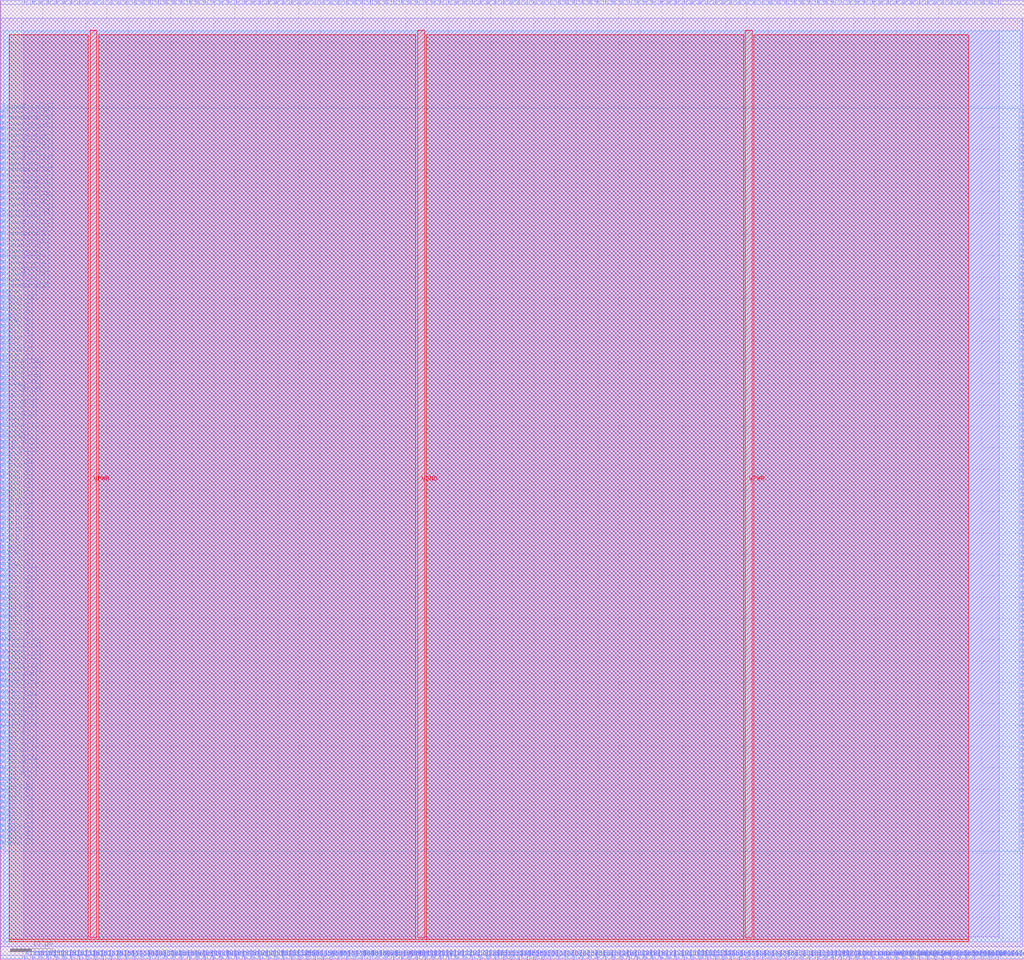
<source format=lef>
VERSION 5.7 ;
  NOWIREEXTENSIONATPIN ON ;
  DIVIDERCHAR "/" ;
  BUSBITCHARS "[]" ;
MACRO RegFile
  CLASS BLOCK ;
  FOREIGN RegFile ;
  ORIGIN 0.000 0.000 ;
  SIZE 240.000 BY 225.000 ;
  PIN E1BEG[0]
    DIRECTION OUTPUT TRISTATE ;
    USE SIGNAL ;
    ANTENNADIFFAREA 0.795200 ;
    PORT
      LAYER met3 ;
        RECT 239.200 91.160 240.000 91.760 ;
    END
  END E1BEG[0]
  PIN E1BEG[1]
    DIRECTION OUTPUT TRISTATE ;
    USE SIGNAL ;
    ANTENNADIFFAREA 0.795200 ;
    PORT
      LAYER met3 ;
        RECT 239.200 92.520 240.000 93.120 ;
    END
  END E1BEG[1]
  PIN E1BEG[2]
    DIRECTION OUTPUT TRISTATE ;
    USE SIGNAL ;
    ANTENNADIFFAREA 0.445500 ;
    PORT
      LAYER met3 ;
        RECT 239.200 93.880 240.000 94.480 ;
    END
  END E1BEG[2]
  PIN E1BEG[3]
    DIRECTION OUTPUT TRISTATE ;
    USE SIGNAL ;
    ANTENNADIFFAREA 0.795200 ;
    PORT
      LAYER met3 ;
        RECT 239.200 95.240 240.000 95.840 ;
    END
  END E1BEG[3]
  PIN E1END[0]
    DIRECTION INPUT ;
    USE SIGNAL ;
    ANTENNAGATEAREA 0.247500 ;
    PORT
      LAYER met3 ;
        RECT 0.000 91.160 0.800 91.760 ;
    END
  END E1END[0]
  PIN E1END[1]
    DIRECTION INPUT ;
    USE SIGNAL ;
    ANTENNAGATEAREA 0.247500 ;
    PORT
      LAYER met3 ;
        RECT 0.000 92.520 0.800 93.120 ;
    END
  END E1END[1]
  PIN E1END[2]
    DIRECTION INPUT ;
    USE SIGNAL ;
    ANTENNAGATEAREA 0.247500 ;
    PORT
      LAYER met3 ;
        RECT 0.000 93.880 0.800 94.480 ;
    END
  END E1END[2]
  PIN E1END[3]
    DIRECTION INPUT ;
    USE SIGNAL ;
    ANTENNAGATEAREA 0.247500 ;
    PORT
      LAYER met3 ;
        RECT 0.000 95.240 0.800 95.840 ;
    END
  END E1END[3]
  PIN E2BEG[0]
    DIRECTION OUTPUT TRISTATE ;
    USE SIGNAL ;
    ANTENNADIFFAREA 0.795200 ;
    PORT
      LAYER met3 ;
        RECT 239.200 96.600 240.000 97.200 ;
    END
  END E2BEG[0]
  PIN E2BEG[1]
    DIRECTION OUTPUT TRISTATE ;
    USE SIGNAL ;
    ANTENNADIFFAREA 0.795200 ;
    PORT
      LAYER met3 ;
        RECT 239.200 97.960 240.000 98.560 ;
    END
  END E2BEG[1]
  PIN E2BEG[2]
    DIRECTION OUTPUT TRISTATE ;
    USE SIGNAL ;
    ANTENNADIFFAREA 0.795200 ;
    PORT
      LAYER met3 ;
        RECT 239.200 99.320 240.000 99.920 ;
    END
  END E2BEG[2]
  PIN E2BEG[3]
    DIRECTION OUTPUT TRISTATE ;
    USE SIGNAL ;
    ANTENNADIFFAREA 0.795200 ;
    PORT
      LAYER met3 ;
        RECT 239.200 100.680 240.000 101.280 ;
    END
  END E2BEG[3]
  PIN E2BEG[4]
    DIRECTION OUTPUT TRISTATE ;
    USE SIGNAL ;
    ANTENNADIFFAREA 0.795200 ;
    PORT
      LAYER met3 ;
        RECT 239.200 102.040 240.000 102.640 ;
    END
  END E2BEG[4]
  PIN E2BEG[5]
    DIRECTION OUTPUT TRISTATE ;
    USE SIGNAL ;
    ANTENNADIFFAREA 0.795200 ;
    PORT
      LAYER met3 ;
        RECT 239.200 103.400 240.000 104.000 ;
    END
  END E2BEG[5]
  PIN E2BEG[6]
    DIRECTION OUTPUT TRISTATE ;
    USE SIGNAL ;
    ANTENNADIFFAREA 0.795200 ;
    PORT
      LAYER met3 ;
        RECT 239.200 104.760 240.000 105.360 ;
    END
  END E2BEG[6]
  PIN E2BEG[7]
    DIRECTION OUTPUT TRISTATE ;
    USE SIGNAL ;
    ANTENNADIFFAREA 0.795200 ;
    PORT
      LAYER met3 ;
        RECT 239.200 106.120 240.000 106.720 ;
    END
  END E2BEG[7]
  PIN E2BEGb[0]
    DIRECTION OUTPUT TRISTATE ;
    USE SIGNAL ;
    ANTENNADIFFAREA 0.795200 ;
    PORT
      LAYER met3 ;
        RECT 239.200 107.480 240.000 108.080 ;
    END
  END E2BEGb[0]
  PIN E2BEGb[1]
    DIRECTION OUTPUT TRISTATE ;
    USE SIGNAL ;
    ANTENNADIFFAREA 0.795200 ;
    PORT
      LAYER met3 ;
        RECT 239.200 108.840 240.000 109.440 ;
    END
  END E2BEGb[1]
  PIN E2BEGb[2]
    DIRECTION OUTPUT TRISTATE ;
    USE SIGNAL ;
    ANTENNADIFFAREA 0.795200 ;
    PORT
      LAYER met3 ;
        RECT 239.200 110.200 240.000 110.800 ;
    END
  END E2BEGb[2]
  PIN E2BEGb[3]
    DIRECTION OUTPUT TRISTATE ;
    USE SIGNAL ;
    ANTENNADIFFAREA 0.795200 ;
    PORT
      LAYER met3 ;
        RECT 239.200 111.560 240.000 112.160 ;
    END
  END E2BEGb[3]
  PIN E2BEGb[4]
    DIRECTION OUTPUT TRISTATE ;
    USE SIGNAL ;
    ANTENNADIFFAREA 0.795200 ;
    PORT
      LAYER met3 ;
        RECT 239.200 112.920 240.000 113.520 ;
    END
  END E2BEGb[4]
  PIN E2BEGb[5]
    DIRECTION OUTPUT TRISTATE ;
    USE SIGNAL ;
    ANTENNADIFFAREA 0.445500 ;
    PORT
      LAYER met3 ;
        RECT 239.200 114.280 240.000 114.880 ;
    END
  END E2BEGb[5]
  PIN E2BEGb[6]
    DIRECTION OUTPUT TRISTATE ;
    USE SIGNAL ;
    ANTENNADIFFAREA 0.795200 ;
    PORT
      LAYER met3 ;
        RECT 239.200 115.640 240.000 116.240 ;
    END
  END E2BEGb[6]
  PIN E2BEGb[7]
    DIRECTION OUTPUT TRISTATE ;
    USE SIGNAL ;
    ANTENNADIFFAREA 0.795200 ;
    PORT
      LAYER met3 ;
        RECT 239.200 117.000 240.000 117.600 ;
    END
  END E2BEGb[7]
  PIN E2END[0]
    DIRECTION INPUT ;
    USE SIGNAL ;
    ANTENNAGATEAREA 0.213000 ;
    PORT
      LAYER met3 ;
        RECT 0.000 107.480 0.800 108.080 ;
    END
  END E2END[0]
  PIN E2END[1]
    DIRECTION INPUT ;
    USE SIGNAL ;
    ANTENNAGATEAREA 0.213000 ;
    PORT
      LAYER met3 ;
        RECT 0.000 108.840 0.800 109.440 ;
    END
  END E2END[1]
  PIN E2END[2]
    DIRECTION INPUT ;
    USE SIGNAL ;
    ANTENNAGATEAREA 0.213000 ;
    PORT
      LAYER met3 ;
        RECT 0.000 110.200 0.800 110.800 ;
    END
  END E2END[2]
  PIN E2END[3]
    DIRECTION INPUT ;
    USE SIGNAL ;
    ANTENNAGATEAREA 0.213000 ;
    PORT
      LAYER met3 ;
        RECT 0.000 111.560 0.800 112.160 ;
    END
  END E2END[3]
  PIN E2END[4]
    DIRECTION INPUT ;
    USE SIGNAL ;
    ANTENNAGATEAREA 0.213000 ;
    PORT
      LAYER met3 ;
        RECT 0.000 112.920 0.800 113.520 ;
    END
  END E2END[4]
  PIN E2END[5]
    DIRECTION INPUT ;
    USE SIGNAL ;
    ANTENNAGATEAREA 0.213000 ;
    PORT
      LAYER met3 ;
        RECT 0.000 114.280 0.800 114.880 ;
    END
  END E2END[5]
  PIN E2END[6]
    DIRECTION INPUT ;
    USE SIGNAL ;
    ANTENNAGATEAREA 0.159000 ;
    PORT
      LAYER met3 ;
        RECT 0.000 115.640 0.800 116.240 ;
    END
  END E2END[6]
  PIN E2END[7]
    DIRECTION INPUT ;
    USE SIGNAL ;
    ANTENNAGATEAREA 0.159000 ;
    PORT
      LAYER met3 ;
        RECT 0.000 117.000 0.800 117.600 ;
    END
  END E2END[7]
  PIN E2MID[0]
    DIRECTION INPUT ;
    USE SIGNAL ;
    ANTENNAGATEAREA 0.213000 ;
    PORT
      LAYER met3 ;
        RECT 0.000 96.600 0.800 97.200 ;
    END
  END E2MID[0]
  PIN E2MID[1]
    DIRECTION INPUT ;
    USE SIGNAL ;
    ANTENNAGATEAREA 0.159000 ;
    PORT
      LAYER met3 ;
        RECT 0.000 97.960 0.800 98.560 ;
    END
  END E2MID[1]
  PIN E2MID[2]
    DIRECTION INPUT ;
    USE SIGNAL ;
    ANTENNAGATEAREA 0.213000 ;
    PORT
      LAYER met3 ;
        RECT 0.000 99.320 0.800 99.920 ;
    END
  END E2MID[2]
  PIN E2MID[3]
    DIRECTION INPUT ;
    USE SIGNAL ;
    ANTENNAGATEAREA 0.213000 ;
    PORT
      LAYER met3 ;
        RECT 0.000 100.680 0.800 101.280 ;
    END
  END E2MID[3]
  PIN E2MID[4]
    DIRECTION INPUT ;
    USE SIGNAL ;
    ANTENNAGATEAREA 0.159000 ;
    PORT
      LAYER met3 ;
        RECT 0.000 102.040 0.800 102.640 ;
    END
  END E2MID[4]
  PIN E2MID[5]
    DIRECTION INPUT ;
    USE SIGNAL ;
    ANTENNAGATEAREA 0.213000 ;
    PORT
      LAYER met3 ;
        RECT 0.000 103.400 0.800 104.000 ;
    END
  END E2MID[5]
  PIN E2MID[6]
    DIRECTION INPUT ;
    USE SIGNAL ;
    ANTENNAGATEAREA 0.159000 ;
    PORT
      LAYER met3 ;
        RECT 0.000 104.760 0.800 105.360 ;
    END
  END E2MID[6]
  PIN E2MID[7]
    DIRECTION INPUT ;
    USE SIGNAL ;
    ANTENNAGATEAREA 0.159000 ;
    PORT
      LAYER met3 ;
        RECT 0.000 106.120 0.800 106.720 ;
    END
  END E2MID[7]
  PIN E6BEG[0]
    DIRECTION OUTPUT TRISTATE ;
    USE SIGNAL ;
    ANTENNADIFFAREA 0.445500 ;
    PORT
      LAYER met3 ;
        RECT 239.200 140.120 240.000 140.720 ;
    END
  END E6BEG[0]
  PIN E6BEG[10]
    DIRECTION OUTPUT TRISTATE ;
    USE SIGNAL ;
    ANTENNADIFFAREA 0.795200 ;
    PORT
      LAYER met3 ;
        RECT 239.200 153.720 240.000 154.320 ;
    END
  END E6BEG[10]
  PIN E6BEG[11]
    DIRECTION OUTPUT TRISTATE ;
    USE SIGNAL ;
    ANTENNADIFFAREA 0.795200 ;
    PORT
      LAYER met3 ;
        RECT 239.200 155.080 240.000 155.680 ;
    END
  END E6BEG[11]
  PIN E6BEG[1]
    DIRECTION OUTPUT TRISTATE ;
    USE SIGNAL ;
    ANTENNADIFFAREA 0.795200 ;
    PORT
      LAYER met3 ;
        RECT 239.200 141.480 240.000 142.080 ;
    END
  END E6BEG[1]
  PIN E6BEG[2]
    DIRECTION OUTPUT TRISTATE ;
    USE SIGNAL ;
    ANTENNADIFFAREA 0.795200 ;
    PORT
      LAYER met3 ;
        RECT 239.200 142.840 240.000 143.440 ;
    END
  END E6BEG[2]
  PIN E6BEG[3]
    DIRECTION OUTPUT TRISTATE ;
    USE SIGNAL ;
    ANTENNADIFFAREA 0.795200 ;
    PORT
      LAYER met3 ;
        RECT 239.200 144.200 240.000 144.800 ;
    END
  END E6BEG[3]
  PIN E6BEG[4]
    DIRECTION OUTPUT TRISTATE ;
    USE SIGNAL ;
    ANTENNADIFFAREA 0.795200 ;
    PORT
      LAYER met3 ;
        RECT 239.200 145.560 240.000 146.160 ;
    END
  END E6BEG[4]
  PIN E6BEG[5]
    DIRECTION OUTPUT TRISTATE ;
    USE SIGNAL ;
    ANTENNADIFFAREA 0.795200 ;
    PORT
      LAYER met3 ;
        RECT 239.200 146.920 240.000 147.520 ;
    END
  END E6BEG[5]
  PIN E6BEG[6]
    DIRECTION OUTPUT TRISTATE ;
    USE SIGNAL ;
    ANTENNADIFFAREA 0.795200 ;
    PORT
      LAYER met3 ;
        RECT 239.200 148.280 240.000 148.880 ;
    END
  END E6BEG[6]
  PIN E6BEG[7]
    DIRECTION OUTPUT TRISTATE ;
    USE SIGNAL ;
    ANTENNADIFFAREA 0.795200 ;
    PORT
      LAYER met3 ;
        RECT 239.200 149.640 240.000 150.240 ;
    END
  END E6BEG[7]
  PIN E6BEG[8]
    DIRECTION OUTPUT TRISTATE ;
    USE SIGNAL ;
    ANTENNADIFFAREA 0.795200 ;
    PORT
      LAYER met3 ;
        RECT 239.200 151.000 240.000 151.600 ;
    END
  END E6BEG[8]
  PIN E6BEG[9]
    DIRECTION OUTPUT TRISTATE ;
    USE SIGNAL ;
    ANTENNADIFFAREA 0.795200 ;
    PORT
      LAYER met3 ;
        RECT 239.200 152.360 240.000 152.960 ;
    END
  END E6BEG[9]
  PIN E6END[0]
    DIRECTION INPUT ;
    USE SIGNAL ;
    ANTENNAGATEAREA 0.247500 ;
    PORT
      LAYER met3 ;
        RECT 0.000 140.120 0.800 140.720 ;
    END
  END E6END[0]
  PIN E6END[10]
    DIRECTION INPUT ;
    USE SIGNAL ;
    ANTENNAGATEAREA 0.196500 ;
    PORT
      LAYER met3 ;
        RECT 0.000 153.720 0.800 154.320 ;
    END
  END E6END[10]
  PIN E6END[11]
    DIRECTION INPUT ;
    USE SIGNAL ;
    ANTENNAGATEAREA 0.196500 ;
    PORT
      LAYER met3 ;
        RECT 0.000 155.080 0.800 155.680 ;
    END
  END E6END[11]
  PIN E6END[1]
    DIRECTION INPUT ;
    USE SIGNAL ;
    ANTENNAGATEAREA 0.247500 ;
    PORT
      LAYER met3 ;
        RECT 0.000 141.480 0.800 142.080 ;
    END
  END E6END[1]
  PIN E6END[2]
    DIRECTION INPUT ;
    USE SIGNAL ;
    ANTENNAGATEAREA 0.196500 ;
    PORT
      LAYER met3 ;
        RECT 0.000 142.840 0.800 143.440 ;
    END
  END E6END[2]
  PIN E6END[3]
    DIRECTION INPUT ;
    USE SIGNAL ;
    ANTENNAGATEAREA 0.196500 ;
    PORT
      LAYER met3 ;
        RECT 0.000 144.200 0.800 144.800 ;
    END
  END E6END[3]
  PIN E6END[4]
    DIRECTION INPUT ;
    USE SIGNAL ;
    ANTENNAGATEAREA 0.196500 ;
    PORT
      LAYER met3 ;
        RECT 0.000 145.560 0.800 146.160 ;
    END
  END E6END[4]
  PIN E6END[5]
    DIRECTION INPUT ;
    USE SIGNAL ;
    ANTENNAGATEAREA 0.196500 ;
    PORT
      LAYER met3 ;
        RECT 0.000 146.920 0.800 147.520 ;
    END
  END E6END[5]
  PIN E6END[6]
    DIRECTION INPUT ;
    USE SIGNAL ;
    ANTENNAGATEAREA 0.196500 ;
    PORT
      LAYER met3 ;
        RECT 0.000 148.280 0.800 148.880 ;
    END
  END E6END[6]
  PIN E6END[7]
    DIRECTION INPUT ;
    USE SIGNAL ;
    ANTENNAGATEAREA 0.196500 ;
    PORT
      LAYER met3 ;
        RECT 0.000 149.640 0.800 150.240 ;
    END
  END E6END[7]
  PIN E6END[8]
    DIRECTION INPUT ;
    USE SIGNAL ;
    ANTENNAGATEAREA 0.196500 ;
    PORT
      LAYER met3 ;
        RECT 0.000 151.000 0.800 151.600 ;
    END
  END E6END[8]
  PIN E6END[9]
    DIRECTION INPUT ;
    USE SIGNAL ;
    ANTENNAGATEAREA 0.196500 ;
    PORT
      LAYER met3 ;
        RECT 0.000 152.360 0.800 152.960 ;
    END
  END E6END[9]
  PIN EE4BEG[0]
    DIRECTION OUTPUT TRISTATE ;
    USE SIGNAL ;
    ANTENNADIFFAREA 0.795200 ;
    PORT
      LAYER met3 ;
        RECT 239.200 118.360 240.000 118.960 ;
    END
  END EE4BEG[0]
  PIN EE4BEG[10]
    DIRECTION OUTPUT TRISTATE ;
    USE SIGNAL ;
    ANTENNADIFFAREA 0.795200 ;
    PORT
      LAYER met3 ;
        RECT 239.200 131.960 240.000 132.560 ;
    END
  END EE4BEG[10]
  PIN EE4BEG[11]
    DIRECTION OUTPUT TRISTATE ;
    USE SIGNAL ;
    ANTENNADIFFAREA 0.445500 ;
    PORT
      LAYER met3 ;
        RECT 239.200 133.320 240.000 133.920 ;
    END
  END EE4BEG[11]
  PIN EE4BEG[12]
    DIRECTION OUTPUT TRISTATE ;
    USE SIGNAL ;
    ANTENNADIFFAREA 0.445500 ;
    PORT
      LAYER met3 ;
        RECT 239.200 134.680 240.000 135.280 ;
    END
  END EE4BEG[12]
  PIN EE4BEG[13]
    DIRECTION OUTPUT TRISTATE ;
    USE SIGNAL ;
    ANTENNADIFFAREA 0.795200 ;
    PORT
      LAYER met3 ;
        RECT 239.200 136.040 240.000 136.640 ;
    END
  END EE4BEG[13]
  PIN EE4BEG[14]
    DIRECTION OUTPUT TRISTATE ;
    USE SIGNAL ;
    ANTENNADIFFAREA 0.795200 ;
    PORT
      LAYER met3 ;
        RECT 239.200 137.400 240.000 138.000 ;
    END
  END EE4BEG[14]
  PIN EE4BEG[15]
    DIRECTION OUTPUT TRISTATE ;
    USE SIGNAL ;
    ANTENNADIFFAREA 0.445500 ;
    PORT
      LAYER met3 ;
        RECT 239.200 138.760 240.000 139.360 ;
    END
  END EE4BEG[15]
  PIN EE4BEG[1]
    DIRECTION OUTPUT TRISTATE ;
    USE SIGNAL ;
    ANTENNADIFFAREA 0.795200 ;
    PORT
      LAYER met3 ;
        RECT 239.200 119.720 240.000 120.320 ;
    END
  END EE4BEG[1]
  PIN EE4BEG[2]
    DIRECTION OUTPUT TRISTATE ;
    USE SIGNAL ;
    ANTENNADIFFAREA 0.795200 ;
    PORT
      LAYER met3 ;
        RECT 239.200 121.080 240.000 121.680 ;
    END
  END EE4BEG[2]
  PIN EE4BEG[3]
    DIRECTION OUTPUT TRISTATE ;
    USE SIGNAL ;
    ANTENNADIFFAREA 0.795200 ;
    PORT
      LAYER met3 ;
        RECT 239.200 122.440 240.000 123.040 ;
    END
  END EE4BEG[3]
  PIN EE4BEG[4]
    DIRECTION OUTPUT TRISTATE ;
    USE SIGNAL ;
    ANTENNADIFFAREA 0.795200 ;
    PORT
      LAYER met3 ;
        RECT 239.200 123.800 240.000 124.400 ;
    END
  END EE4BEG[4]
  PIN EE4BEG[5]
    DIRECTION OUTPUT TRISTATE ;
    USE SIGNAL ;
    ANTENNADIFFAREA 0.795200 ;
    PORT
      LAYER met3 ;
        RECT 239.200 125.160 240.000 125.760 ;
    END
  END EE4BEG[5]
  PIN EE4BEG[6]
    DIRECTION OUTPUT TRISTATE ;
    USE SIGNAL ;
    ANTENNADIFFAREA 0.795200 ;
    PORT
      LAYER met3 ;
        RECT 239.200 126.520 240.000 127.120 ;
    END
  END EE4BEG[6]
  PIN EE4BEG[7]
    DIRECTION OUTPUT TRISTATE ;
    USE SIGNAL ;
    ANTENNADIFFAREA 0.795200 ;
    PORT
      LAYER met3 ;
        RECT 239.200 127.880 240.000 128.480 ;
    END
  END EE4BEG[7]
  PIN EE4BEG[8]
    DIRECTION OUTPUT TRISTATE ;
    USE SIGNAL ;
    ANTENNADIFFAREA 0.795200 ;
    PORT
      LAYER met3 ;
        RECT 239.200 129.240 240.000 129.840 ;
    END
  END EE4BEG[8]
  PIN EE4BEG[9]
    DIRECTION OUTPUT TRISTATE ;
    USE SIGNAL ;
    ANTENNADIFFAREA 0.795200 ;
    PORT
      LAYER met3 ;
        RECT 239.200 130.600 240.000 131.200 ;
    END
  END EE4BEG[9]
  PIN EE4END[0]
    DIRECTION INPUT ;
    USE SIGNAL ;
    ANTENNAGATEAREA 0.159000 ;
    PORT
      LAYER met3 ;
        RECT 0.000 118.360 0.800 118.960 ;
    END
  END EE4END[0]
  PIN EE4END[10]
    DIRECTION INPUT ;
    USE SIGNAL ;
    ANTENNAGATEAREA 0.196500 ;
    PORT
      LAYER met3 ;
        RECT 0.000 131.960 0.800 132.560 ;
    END
  END EE4END[10]
  PIN EE4END[11]
    DIRECTION INPUT ;
    USE SIGNAL ;
    ANTENNAGATEAREA 0.196500 ;
    PORT
      LAYER met3 ;
        RECT 0.000 133.320 0.800 133.920 ;
    END
  END EE4END[11]
  PIN EE4END[12]
    DIRECTION INPUT ;
    USE SIGNAL ;
    ANTENNAGATEAREA 0.196500 ;
    PORT
      LAYER met3 ;
        RECT 0.000 134.680 0.800 135.280 ;
    END
  END EE4END[12]
  PIN EE4END[13]
    DIRECTION INPUT ;
    USE SIGNAL ;
    ANTENNAGATEAREA 0.196500 ;
    PORT
      LAYER met3 ;
        RECT 0.000 136.040 0.800 136.640 ;
    END
  END EE4END[13]
  PIN EE4END[14]
    DIRECTION INPUT ;
    USE SIGNAL ;
    ANTENNAGATEAREA 0.196500 ;
    PORT
      LAYER met3 ;
        RECT 0.000 137.400 0.800 138.000 ;
    END
  END EE4END[14]
  PIN EE4END[15]
    DIRECTION INPUT ;
    USE SIGNAL ;
    ANTENNAGATEAREA 0.196500 ;
    PORT
      LAYER met3 ;
        RECT 0.000 138.760 0.800 139.360 ;
    END
  END EE4END[15]
  PIN EE4END[1]
    DIRECTION INPUT ;
    USE SIGNAL ;
    ANTENNAGATEAREA 0.213000 ;
    PORT
      LAYER met3 ;
        RECT 0.000 119.720 0.800 120.320 ;
    END
  END EE4END[1]
  PIN EE4END[2]
    DIRECTION INPUT ;
    USE SIGNAL ;
    ANTENNAGATEAREA 0.213000 ;
    PORT
      LAYER met3 ;
        RECT 0.000 121.080 0.800 121.680 ;
    END
  END EE4END[2]
  PIN EE4END[3]
    DIRECTION INPUT ;
    USE SIGNAL ;
    ANTENNAGATEAREA 0.159000 ;
    PORT
      LAYER met3 ;
        RECT 0.000 122.440 0.800 123.040 ;
    END
  END EE4END[3]
  PIN EE4END[4]
    DIRECTION INPUT ;
    USE SIGNAL ;
    ANTENNAGATEAREA 0.196500 ;
    PORT
      LAYER met3 ;
        RECT 0.000 123.800 0.800 124.400 ;
    END
  END EE4END[4]
  PIN EE4END[5]
    DIRECTION INPUT ;
    USE SIGNAL ;
    ANTENNAGATEAREA 0.196500 ;
    PORT
      LAYER met3 ;
        RECT 0.000 125.160 0.800 125.760 ;
    END
  END EE4END[5]
  PIN EE4END[6]
    DIRECTION INPUT ;
    USE SIGNAL ;
    ANTENNAGATEAREA 0.196500 ;
    PORT
      LAYER met3 ;
        RECT 0.000 126.520 0.800 127.120 ;
    END
  END EE4END[6]
  PIN EE4END[7]
    DIRECTION INPUT ;
    USE SIGNAL ;
    ANTENNAGATEAREA 0.196500 ;
    PORT
      LAYER met3 ;
        RECT 0.000 127.880 0.800 128.480 ;
    END
  END EE4END[7]
  PIN EE4END[8]
    DIRECTION INPUT ;
    USE SIGNAL ;
    ANTENNAGATEAREA 0.196500 ;
    PORT
      LAYER met3 ;
        RECT 0.000 129.240 0.800 129.840 ;
    END
  END EE4END[8]
  PIN EE4END[9]
    DIRECTION INPUT ;
    USE SIGNAL ;
    ANTENNAGATEAREA 0.196500 ;
    PORT
      LAYER met3 ;
        RECT 0.000 130.600 0.800 131.200 ;
    END
  END EE4END[9]
  PIN FrameData[0]
    DIRECTION INPUT ;
    USE SIGNAL ;
    ANTENNAGATEAREA 0.426000 ;
    PORT
      LAYER met3 ;
        RECT 0.000 156.440 0.800 157.040 ;
    END
  END FrameData[0]
  PIN FrameData[10]
    DIRECTION INPUT ;
    USE SIGNAL ;
    ANTENNAGATEAREA 0.426000 ;
    PORT
      LAYER met3 ;
        RECT 0.000 170.040 0.800 170.640 ;
    END
  END FrameData[10]
  PIN FrameData[11]
    DIRECTION INPUT ;
    USE SIGNAL ;
    ANTENNAGATEAREA 0.426000 ;
    PORT
      LAYER met3 ;
        RECT 0.000 171.400 0.800 172.000 ;
    END
  END FrameData[11]
  PIN FrameData[12]
    DIRECTION INPUT ;
    USE SIGNAL ;
    ANTENNAGATEAREA 0.426000 ;
    PORT
      LAYER met3 ;
        RECT 0.000 172.760 0.800 173.360 ;
    END
  END FrameData[12]
  PIN FrameData[13]
    DIRECTION INPUT ;
    USE SIGNAL ;
    ANTENNAGATEAREA 0.426000 ;
    PORT
      LAYER met3 ;
        RECT 0.000 174.120 0.800 174.720 ;
    END
  END FrameData[13]
  PIN FrameData[14]
    DIRECTION INPUT ;
    USE SIGNAL ;
    ANTENNAGATEAREA 0.426000 ;
    PORT
      LAYER met3 ;
        RECT 0.000 175.480 0.800 176.080 ;
    END
  END FrameData[14]
  PIN FrameData[15]
    DIRECTION INPUT ;
    USE SIGNAL ;
    ANTENNAGATEAREA 0.426000 ;
    PORT
      LAYER met3 ;
        RECT 0.000 176.840 0.800 177.440 ;
    END
  END FrameData[15]
  PIN FrameData[16]
    DIRECTION INPUT ;
    USE SIGNAL ;
    ANTENNAGATEAREA 0.426000 ;
    PORT
      LAYER met3 ;
        RECT 0.000 178.200 0.800 178.800 ;
    END
  END FrameData[16]
  PIN FrameData[17]
    DIRECTION INPUT ;
    USE SIGNAL ;
    ANTENNAGATEAREA 0.426000 ;
    PORT
      LAYER met3 ;
        RECT 0.000 179.560 0.800 180.160 ;
    END
  END FrameData[17]
  PIN FrameData[18]
    DIRECTION INPUT ;
    USE SIGNAL ;
    ANTENNAGATEAREA 0.426000 ;
    PORT
      LAYER met3 ;
        RECT 0.000 180.920 0.800 181.520 ;
    END
  END FrameData[18]
  PIN FrameData[19]
    DIRECTION INPUT ;
    USE SIGNAL ;
    ANTENNAGATEAREA 0.495000 ;
    PORT
      LAYER met3 ;
        RECT 0.000 182.280 0.800 182.880 ;
    END
  END FrameData[19]
  PIN FrameData[1]
    DIRECTION INPUT ;
    USE SIGNAL ;
    ANTENNAGATEAREA 0.247500 ;
    PORT
      LAYER met3 ;
        RECT 0.000 157.800 0.800 158.400 ;
    END
  END FrameData[1]
  PIN FrameData[20]
    DIRECTION INPUT ;
    USE SIGNAL ;
    ANTENNAGATEAREA 0.495000 ;
    PORT
      LAYER met3 ;
        RECT 0.000 183.640 0.800 184.240 ;
    END
  END FrameData[20]
  PIN FrameData[21]
    DIRECTION INPUT ;
    USE SIGNAL ;
    ANTENNAGATEAREA 0.495000 ;
    PORT
      LAYER met3 ;
        RECT 0.000 185.000 0.800 185.600 ;
    END
  END FrameData[21]
  PIN FrameData[22]
    DIRECTION INPUT ;
    USE SIGNAL ;
    ANTENNAGATEAREA 0.426000 ;
    PORT
      LAYER met3 ;
        RECT 0.000 186.360 0.800 186.960 ;
    END
  END FrameData[22]
  PIN FrameData[23]
    DIRECTION INPUT ;
    USE SIGNAL ;
    ANTENNAGATEAREA 0.426000 ;
    PORT
      LAYER met3 ;
        RECT 0.000 187.720 0.800 188.320 ;
    END
  END FrameData[23]
  PIN FrameData[24]
    DIRECTION INPUT ;
    USE SIGNAL ;
    ANTENNAGATEAREA 0.495000 ;
    PORT
      LAYER met3 ;
        RECT 0.000 189.080 0.800 189.680 ;
    END
  END FrameData[24]
  PIN FrameData[25]
    DIRECTION INPUT ;
    USE SIGNAL ;
    ANTENNAGATEAREA 0.495000 ;
    PORT
      LAYER met3 ;
        RECT 0.000 190.440 0.800 191.040 ;
    END
  END FrameData[25]
  PIN FrameData[26]
    DIRECTION INPUT ;
    USE SIGNAL ;
    ANTENNAGATEAREA 0.495000 ;
    PORT
      LAYER met3 ;
        RECT 0.000 191.800 0.800 192.400 ;
    END
  END FrameData[26]
  PIN FrameData[27]
    DIRECTION INPUT ;
    USE SIGNAL ;
    ANTENNAGATEAREA 0.426000 ;
    PORT
      LAYER met3 ;
        RECT 0.000 193.160 0.800 193.760 ;
    END
  END FrameData[27]
  PIN FrameData[28]
    DIRECTION INPUT ;
    USE SIGNAL ;
    ANTENNAGATEAREA 0.426000 ;
    PORT
      LAYER met3 ;
        RECT 0.000 194.520 0.800 195.120 ;
    END
  END FrameData[28]
  PIN FrameData[29]
    DIRECTION INPUT ;
    USE SIGNAL ;
    ANTENNAGATEAREA 0.426000 ;
    PORT
      LAYER met3 ;
        RECT 0.000 195.880 0.800 196.480 ;
    END
  END FrameData[29]
  PIN FrameData[2]
    DIRECTION INPUT ;
    USE SIGNAL ;
    ANTENNAGATEAREA 0.426000 ;
    PORT
      LAYER met3 ;
        RECT 0.000 159.160 0.800 159.760 ;
    END
  END FrameData[2]
  PIN FrameData[30]
    DIRECTION INPUT ;
    USE SIGNAL ;
    ANTENNAGATEAREA 0.426000 ;
    PORT
      LAYER met3 ;
        RECT 0.000 197.240 0.800 197.840 ;
    END
  END FrameData[30]
  PIN FrameData[31]
    DIRECTION INPUT ;
    USE SIGNAL ;
    ANTENNAGATEAREA 0.495000 ;
    PORT
      LAYER met3 ;
        RECT 0.000 198.600 0.800 199.200 ;
    END
  END FrameData[31]
  PIN FrameData[3]
    DIRECTION INPUT ;
    USE SIGNAL ;
    ANTENNAGATEAREA 0.426000 ;
    PORT
      LAYER met3 ;
        RECT 0.000 160.520 0.800 161.120 ;
    END
  END FrameData[3]
  PIN FrameData[4]
    DIRECTION INPUT ;
    USE SIGNAL ;
    ANTENNAGATEAREA 0.495000 ;
    PORT
      LAYER met3 ;
        RECT 0.000 161.880 0.800 162.480 ;
    END
  END FrameData[4]
  PIN FrameData[5]
    DIRECTION INPUT ;
    USE SIGNAL ;
    ANTENNAGATEAREA 0.426000 ;
    PORT
      LAYER met3 ;
        RECT 0.000 163.240 0.800 163.840 ;
    END
  END FrameData[5]
  PIN FrameData[6]
    DIRECTION INPUT ;
    USE SIGNAL ;
    ANTENNAGATEAREA 0.426000 ;
    PORT
      LAYER met3 ;
        RECT 0.000 164.600 0.800 165.200 ;
    END
  END FrameData[6]
  PIN FrameData[7]
    DIRECTION INPUT ;
    USE SIGNAL ;
    ANTENNAGATEAREA 0.426000 ;
    PORT
      LAYER met3 ;
        RECT 0.000 165.960 0.800 166.560 ;
    END
  END FrameData[7]
  PIN FrameData[8]
    DIRECTION INPUT ;
    USE SIGNAL ;
    ANTENNAGATEAREA 0.247500 ;
    PORT
      LAYER met3 ;
        RECT 0.000 167.320 0.800 167.920 ;
    END
  END FrameData[8]
  PIN FrameData[9]
    DIRECTION INPUT ;
    USE SIGNAL ;
    ANTENNAGATEAREA 0.495000 ;
    PORT
      LAYER met3 ;
        RECT 0.000 168.680 0.800 169.280 ;
    END
  END FrameData[9]
  PIN FrameData_O[0]
    DIRECTION OUTPUT TRISTATE ;
    USE SIGNAL ;
    ANTENNADIFFAREA 0.795200 ;
    PORT
      LAYER met3 ;
        RECT 239.200 156.440 240.000 157.040 ;
    END
  END FrameData_O[0]
  PIN FrameData_O[10]
    DIRECTION OUTPUT TRISTATE ;
    USE SIGNAL ;
    ANTENNADIFFAREA 0.795200 ;
    PORT
      LAYER met3 ;
        RECT 239.200 170.040 240.000 170.640 ;
    END
  END FrameData_O[10]
  PIN FrameData_O[11]
    DIRECTION OUTPUT TRISTATE ;
    USE SIGNAL ;
    ANTENNADIFFAREA 0.795200 ;
    PORT
      LAYER met3 ;
        RECT 239.200 171.400 240.000 172.000 ;
    END
  END FrameData_O[11]
  PIN FrameData_O[12]
    DIRECTION OUTPUT TRISTATE ;
    USE SIGNAL ;
    ANTENNADIFFAREA 0.795200 ;
    PORT
      LAYER met3 ;
        RECT 239.200 172.760 240.000 173.360 ;
    END
  END FrameData_O[12]
  PIN FrameData_O[13]
    DIRECTION OUTPUT TRISTATE ;
    USE SIGNAL ;
    ANTENNADIFFAREA 0.795200 ;
    PORT
      LAYER met3 ;
        RECT 239.200 174.120 240.000 174.720 ;
    END
  END FrameData_O[13]
  PIN FrameData_O[14]
    DIRECTION OUTPUT TRISTATE ;
    USE SIGNAL ;
    ANTENNADIFFAREA 0.795200 ;
    PORT
      LAYER met3 ;
        RECT 239.200 175.480 240.000 176.080 ;
    END
  END FrameData_O[14]
  PIN FrameData_O[15]
    DIRECTION OUTPUT TRISTATE ;
    USE SIGNAL ;
    ANTENNADIFFAREA 0.795200 ;
    PORT
      LAYER met3 ;
        RECT 239.200 176.840 240.000 177.440 ;
    END
  END FrameData_O[15]
  PIN FrameData_O[16]
    DIRECTION OUTPUT TRISTATE ;
    USE SIGNAL ;
    ANTENNADIFFAREA 0.795200 ;
    PORT
      LAYER met3 ;
        RECT 239.200 178.200 240.000 178.800 ;
    END
  END FrameData_O[16]
  PIN FrameData_O[17]
    DIRECTION OUTPUT TRISTATE ;
    USE SIGNAL ;
    ANTENNADIFFAREA 0.795200 ;
    PORT
      LAYER met3 ;
        RECT 239.200 179.560 240.000 180.160 ;
    END
  END FrameData_O[17]
  PIN FrameData_O[18]
    DIRECTION OUTPUT TRISTATE ;
    USE SIGNAL ;
    ANTENNADIFFAREA 0.795200 ;
    PORT
      LAYER met3 ;
        RECT 239.200 180.920 240.000 181.520 ;
    END
  END FrameData_O[18]
  PIN FrameData_O[19]
    DIRECTION OUTPUT TRISTATE ;
    USE SIGNAL ;
    ANTENNADIFFAREA 0.445500 ;
    PORT
      LAYER met3 ;
        RECT 239.200 182.280 240.000 182.880 ;
    END
  END FrameData_O[19]
  PIN FrameData_O[1]
    DIRECTION OUTPUT TRISTATE ;
    USE SIGNAL ;
    ANTENNADIFFAREA 0.795200 ;
    PORT
      LAYER met3 ;
        RECT 239.200 157.800 240.000 158.400 ;
    END
  END FrameData_O[1]
  PIN FrameData_O[20]
    DIRECTION OUTPUT TRISTATE ;
    USE SIGNAL ;
    ANTENNADIFFAREA 0.795200 ;
    PORT
      LAYER met3 ;
        RECT 239.200 183.640 240.000 184.240 ;
    END
  END FrameData_O[20]
  PIN FrameData_O[21]
    DIRECTION OUTPUT TRISTATE ;
    USE SIGNAL ;
    ANTENNADIFFAREA 0.795200 ;
    PORT
      LAYER met3 ;
        RECT 239.200 185.000 240.000 185.600 ;
    END
  END FrameData_O[21]
  PIN FrameData_O[22]
    DIRECTION OUTPUT TRISTATE ;
    USE SIGNAL ;
    ANTENNADIFFAREA 0.795200 ;
    PORT
      LAYER met3 ;
        RECT 239.200 186.360 240.000 186.960 ;
    END
  END FrameData_O[22]
  PIN FrameData_O[23]
    DIRECTION OUTPUT TRISTATE ;
    USE SIGNAL ;
    ANTENNADIFFAREA 0.445500 ;
    PORT
      LAYER met3 ;
        RECT 239.200 187.720 240.000 188.320 ;
    END
  END FrameData_O[23]
  PIN FrameData_O[24]
    DIRECTION OUTPUT TRISTATE ;
    USE SIGNAL ;
    ANTENNADIFFAREA 0.445500 ;
    PORT
      LAYER met3 ;
        RECT 239.200 189.080 240.000 189.680 ;
    END
  END FrameData_O[24]
  PIN FrameData_O[25]
    DIRECTION OUTPUT TRISTATE ;
    USE SIGNAL ;
    ANTENNADIFFAREA 0.795200 ;
    PORT
      LAYER met3 ;
        RECT 239.200 190.440 240.000 191.040 ;
    END
  END FrameData_O[25]
  PIN FrameData_O[26]
    DIRECTION OUTPUT TRISTATE ;
    USE SIGNAL ;
    ANTENNADIFFAREA 0.795200 ;
    PORT
      LAYER met3 ;
        RECT 239.200 191.800 240.000 192.400 ;
    END
  END FrameData_O[26]
  PIN FrameData_O[27]
    DIRECTION OUTPUT TRISTATE ;
    USE SIGNAL ;
    ANTENNADIFFAREA 0.795200 ;
    PORT
      LAYER met3 ;
        RECT 239.200 193.160 240.000 193.760 ;
    END
  END FrameData_O[27]
  PIN FrameData_O[28]
    DIRECTION OUTPUT TRISTATE ;
    USE SIGNAL ;
    ANTENNADIFFAREA 0.445500 ;
    PORT
      LAYER met3 ;
        RECT 239.200 194.520 240.000 195.120 ;
    END
  END FrameData_O[28]
  PIN FrameData_O[29]
    DIRECTION OUTPUT TRISTATE ;
    USE SIGNAL ;
    ANTENNADIFFAREA 0.795200 ;
    PORT
      LAYER met3 ;
        RECT 239.200 195.880 240.000 196.480 ;
    END
  END FrameData_O[29]
  PIN FrameData_O[2]
    DIRECTION OUTPUT TRISTATE ;
    USE SIGNAL ;
    ANTENNADIFFAREA 0.795200 ;
    PORT
      LAYER met3 ;
        RECT 239.200 159.160 240.000 159.760 ;
    END
  END FrameData_O[2]
  PIN FrameData_O[30]
    DIRECTION OUTPUT TRISTATE ;
    USE SIGNAL ;
    ANTENNADIFFAREA 0.795200 ;
    PORT
      LAYER met3 ;
        RECT 239.200 197.240 240.000 197.840 ;
    END
  END FrameData_O[30]
  PIN FrameData_O[31]
    DIRECTION OUTPUT TRISTATE ;
    USE SIGNAL ;
    ANTENNADIFFAREA 0.795200 ;
    PORT
      LAYER met3 ;
        RECT 239.200 198.600 240.000 199.200 ;
    END
  END FrameData_O[31]
  PIN FrameData_O[3]
    DIRECTION OUTPUT TRISTATE ;
    USE SIGNAL ;
    ANTENNADIFFAREA 0.445500 ;
    PORT
      LAYER met3 ;
        RECT 239.200 160.520 240.000 161.120 ;
    END
  END FrameData_O[3]
  PIN FrameData_O[4]
    DIRECTION OUTPUT TRISTATE ;
    USE SIGNAL ;
    ANTENNADIFFAREA 0.445500 ;
    PORT
      LAYER met3 ;
        RECT 239.200 161.880 240.000 162.480 ;
    END
  END FrameData_O[4]
  PIN FrameData_O[5]
    DIRECTION OUTPUT TRISTATE ;
    USE SIGNAL ;
    ANTENNADIFFAREA 0.795200 ;
    PORT
      LAYER met3 ;
        RECT 239.200 163.240 240.000 163.840 ;
    END
  END FrameData_O[5]
  PIN FrameData_O[6]
    DIRECTION OUTPUT TRISTATE ;
    USE SIGNAL ;
    ANTENNADIFFAREA 0.795200 ;
    PORT
      LAYER met3 ;
        RECT 239.200 164.600 240.000 165.200 ;
    END
  END FrameData_O[6]
  PIN FrameData_O[7]
    DIRECTION OUTPUT TRISTATE ;
    USE SIGNAL ;
    ANTENNADIFFAREA 0.795200 ;
    PORT
      LAYER met3 ;
        RECT 239.200 165.960 240.000 166.560 ;
    END
  END FrameData_O[7]
  PIN FrameData_O[8]
    DIRECTION OUTPUT TRISTATE ;
    USE SIGNAL ;
    ANTENNADIFFAREA 0.445500 ;
    PORT
      LAYER met3 ;
        RECT 239.200 167.320 240.000 167.920 ;
    END
  END FrameData_O[8]
  PIN FrameData_O[9]
    DIRECTION OUTPUT TRISTATE ;
    USE SIGNAL ;
    ANTENNADIFFAREA 0.795200 ;
    PORT
      LAYER met3 ;
        RECT 239.200 168.680 240.000 169.280 ;
    END
  END FrameData_O[9]
  PIN FrameStrobe[0]
    DIRECTION INPUT ;
    USE SIGNAL ;
    ANTENNAGATEAREA 0.852000 ;
    PORT
      LAYER met2 ;
        RECT 198.810 0.000 199.090 0.800 ;
    END
  END FrameStrobe[0]
  PIN FrameStrobe[10]
    DIRECTION INPUT ;
    USE SIGNAL ;
    ANTENNAGATEAREA 0.852000 ;
    PORT
      LAYER met2 ;
        RECT 217.210 0.000 217.490 0.800 ;
    END
  END FrameStrobe[10]
  PIN FrameStrobe[11]
    DIRECTION INPUT ;
    USE SIGNAL ;
    ANTENNAGATEAREA 0.742500 ;
    PORT
      LAYER met2 ;
        RECT 219.050 0.000 219.330 0.800 ;
    END
  END FrameStrobe[11]
  PIN FrameStrobe[12]
    DIRECTION INPUT ;
    USE SIGNAL ;
    ANTENNAGATEAREA 0.852000 ;
    PORT
      LAYER met2 ;
        RECT 220.890 0.000 221.170 0.800 ;
    END
  END FrameStrobe[12]
  PIN FrameStrobe[13]
    DIRECTION INPUT ;
    USE SIGNAL ;
    ANTENNAGATEAREA 0.196500 ;
    PORT
      LAYER met2 ;
        RECT 222.730 0.000 223.010 0.800 ;
    END
  END FrameStrobe[13]
  PIN FrameStrobe[14]
    DIRECTION INPUT ;
    USE SIGNAL ;
    ANTENNAGATEAREA 0.196500 ;
    PORT
      LAYER met2 ;
        RECT 224.570 0.000 224.850 0.800 ;
    END
  END FrameStrobe[14]
  PIN FrameStrobe[15]
    DIRECTION INPUT ;
    USE SIGNAL ;
    ANTENNAGATEAREA 0.196500 ;
    PORT
      LAYER met2 ;
        RECT 226.410 0.000 226.690 0.800 ;
    END
  END FrameStrobe[15]
  PIN FrameStrobe[16]
    DIRECTION INPUT ;
    USE SIGNAL ;
    ANTENNAGATEAREA 0.196500 ;
    PORT
      LAYER met2 ;
        RECT 228.250 0.000 228.530 0.800 ;
    END
  END FrameStrobe[16]
  PIN FrameStrobe[17]
    DIRECTION INPUT ;
    USE SIGNAL ;
    ANTENNAGATEAREA 0.196500 ;
    PORT
      LAYER met2 ;
        RECT 230.090 0.000 230.370 0.800 ;
    END
  END FrameStrobe[17]
  PIN FrameStrobe[18]
    DIRECTION INPUT ;
    USE SIGNAL ;
    ANTENNAGATEAREA 0.196500 ;
    PORT
      LAYER met2 ;
        RECT 231.930 0.000 232.210 0.800 ;
    END
  END FrameStrobe[18]
  PIN FrameStrobe[19]
    DIRECTION INPUT ;
    USE SIGNAL ;
    ANTENNAGATEAREA 0.196500 ;
    PORT
      LAYER met2 ;
        RECT 233.770 0.000 234.050 0.800 ;
    END
  END FrameStrobe[19]
  PIN FrameStrobe[1]
    DIRECTION INPUT ;
    USE SIGNAL ;
    ANTENNAGATEAREA 0.852000 ;
    PORT
      LAYER met2 ;
        RECT 200.650 0.000 200.930 0.800 ;
    END
  END FrameStrobe[1]
  PIN FrameStrobe[2]
    DIRECTION INPUT ;
    USE SIGNAL ;
    ANTENNAGATEAREA 0.852000 ;
    PORT
      LAYER met2 ;
        RECT 202.490 0.000 202.770 0.800 ;
    END
  END FrameStrobe[2]
  PIN FrameStrobe[3]
    DIRECTION INPUT ;
    USE SIGNAL ;
    ANTENNAGATEAREA 0.852000 ;
    PORT
      LAYER met2 ;
        RECT 204.330 0.000 204.610 0.800 ;
    END
  END FrameStrobe[3]
  PIN FrameStrobe[4]
    DIRECTION INPUT ;
    USE SIGNAL ;
    ANTENNAGATEAREA 0.852000 ;
    PORT
      LAYER met2 ;
        RECT 206.170 0.000 206.450 0.800 ;
    END
  END FrameStrobe[4]
  PIN FrameStrobe[5]
    DIRECTION INPUT ;
    USE SIGNAL ;
    ANTENNAGATEAREA 0.852000 ;
    PORT
      LAYER met2 ;
        RECT 208.010 0.000 208.290 0.800 ;
    END
  END FrameStrobe[5]
  PIN FrameStrobe[6]
    DIRECTION INPUT ;
    USE SIGNAL ;
    ANTENNAGATEAREA 0.990000 ;
    PORT
      LAYER met2 ;
        RECT 209.850 0.000 210.130 0.800 ;
    END
  END FrameStrobe[6]
  PIN FrameStrobe[7]
    DIRECTION INPUT ;
    USE SIGNAL ;
    ANTENNAGATEAREA 0.852000 ;
    PORT
      LAYER met2 ;
        RECT 211.690 0.000 211.970 0.800 ;
    END
  END FrameStrobe[7]
  PIN FrameStrobe[8]
    DIRECTION INPUT ;
    USE SIGNAL ;
    ANTENNAGATEAREA 0.990000 ;
    PORT
      LAYER met2 ;
        RECT 213.530 0.000 213.810 0.800 ;
    END
  END FrameStrobe[8]
  PIN FrameStrobe[9]
    DIRECTION INPUT ;
    USE SIGNAL ;
    ANTENNAGATEAREA 0.852000 ;
    PORT
      LAYER met2 ;
        RECT 215.370 0.000 215.650 0.800 ;
    END
  END FrameStrobe[9]
  PIN FrameStrobe_O[0]
    DIRECTION OUTPUT TRISTATE ;
    USE SIGNAL ;
    ANTENNADIFFAREA 0.795200 ;
    PORT
      LAYER met2 ;
        RECT 198.810 224.200 199.090 225.000 ;
    END
  END FrameStrobe_O[0]
  PIN FrameStrobe_O[10]
    DIRECTION OUTPUT TRISTATE ;
    USE SIGNAL ;
    ANTENNADIFFAREA 0.795200 ;
    PORT
      LAYER met2 ;
        RECT 217.210 224.200 217.490 225.000 ;
    END
  END FrameStrobe_O[10]
  PIN FrameStrobe_O[11]
    DIRECTION OUTPUT TRISTATE ;
    USE SIGNAL ;
    ANTENNADIFFAREA 0.795200 ;
    PORT
      LAYER met2 ;
        RECT 219.050 224.200 219.330 225.000 ;
    END
  END FrameStrobe_O[11]
  PIN FrameStrobe_O[12]
    DIRECTION OUTPUT TRISTATE ;
    USE SIGNAL ;
    ANTENNADIFFAREA 0.795200 ;
    PORT
      LAYER met2 ;
        RECT 220.890 224.200 221.170 225.000 ;
    END
  END FrameStrobe_O[12]
  PIN FrameStrobe_O[13]
    DIRECTION OUTPUT TRISTATE ;
    USE SIGNAL ;
    ANTENNADIFFAREA 0.795200 ;
    PORT
      LAYER met2 ;
        RECT 222.730 224.200 223.010 225.000 ;
    END
  END FrameStrobe_O[13]
  PIN FrameStrobe_O[14]
    DIRECTION OUTPUT TRISTATE ;
    USE SIGNAL ;
    ANTENNADIFFAREA 0.795200 ;
    PORT
      LAYER met2 ;
        RECT 224.570 224.200 224.850 225.000 ;
    END
  END FrameStrobe_O[14]
  PIN FrameStrobe_O[15]
    DIRECTION OUTPUT TRISTATE ;
    USE SIGNAL ;
    ANTENNADIFFAREA 0.795200 ;
    PORT
      LAYER met2 ;
        RECT 226.410 224.200 226.690 225.000 ;
    END
  END FrameStrobe_O[15]
  PIN FrameStrobe_O[16]
    DIRECTION OUTPUT TRISTATE ;
    USE SIGNAL ;
    ANTENNADIFFAREA 0.795200 ;
    PORT
      LAYER met2 ;
        RECT 228.250 224.200 228.530 225.000 ;
    END
  END FrameStrobe_O[16]
  PIN FrameStrobe_O[17]
    DIRECTION OUTPUT TRISTATE ;
    USE SIGNAL ;
    ANTENNADIFFAREA 0.795200 ;
    PORT
      LAYER met2 ;
        RECT 230.090 224.200 230.370 225.000 ;
    END
  END FrameStrobe_O[17]
  PIN FrameStrobe_O[18]
    DIRECTION OUTPUT TRISTATE ;
    USE SIGNAL ;
    ANTENNADIFFAREA 0.795200 ;
    PORT
      LAYER met2 ;
        RECT 231.930 224.200 232.210 225.000 ;
    END
  END FrameStrobe_O[18]
  PIN FrameStrobe_O[19]
    DIRECTION OUTPUT TRISTATE ;
    USE SIGNAL ;
    ANTENNADIFFAREA 0.795200 ;
    PORT
      LAYER met2 ;
        RECT 233.770 224.200 234.050 225.000 ;
    END
  END FrameStrobe_O[19]
  PIN FrameStrobe_O[1]
    DIRECTION OUTPUT TRISTATE ;
    USE SIGNAL ;
    ANTENNADIFFAREA 0.445500 ;
    PORT
      LAYER met2 ;
        RECT 200.650 224.200 200.930 225.000 ;
    END
  END FrameStrobe_O[1]
  PIN FrameStrobe_O[2]
    DIRECTION OUTPUT TRISTATE ;
    USE SIGNAL ;
    ANTENNADIFFAREA 0.445500 ;
    PORT
      LAYER met2 ;
        RECT 202.490 224.200 202.770 225.000 ;
    END
  END FrameStrobe_O[2]
  PIN FrameStrobe_O[3]
    DIRECTION OUTPUT TRISTATE ;
    USE SIGNAL ;
    ANTENNADIFFAREA 0.795200 ;
    PORT
      LAYER met2 ;
        RECT 204.330 224.200 204.610 225.000 ;
    END
  END FrameStrobe_O[3]
  PIN FrameStrobe_O[4]
    DIRECTION OUTPUT TRISTATE ;
    USE SIGNAL ;
    ANTENNADIFFAREA 0.795200 ;
    PORT
      LAYER met2 ;
        RECT 206.170 224.200 206.450 225.000 ;
    END
  END FrameStrobe_O[4]
  PIN FrameStrobe_O[5]
    DIRECTION OUTPUT TRISTATE ;
    USE SIGNAL ;
    ANTENNADIFFAREA 0.795200 ;
    PORT
      LAYER met2 ;
        RECT 208.010 224.200 208.290 225.000 ;
    END
  END FrameStrobe_O[5]
  PIN FrameStrobe_O[6]
    DIRECTION OUTPUT TRISTATE ;
    USE SIGNAL ;
    ANTENNADIFFAREA 0.795200 ;
    PORT
      LAYER met2 ;
        RECT 209.850 224.200 210.130 225.000 ;
    END
  END FrameStrobe_O[6]
  PIN FrameStrobe_O[7]
    DIRECTION OUTPUT TRISTATE ;
    USE SIGNAL ;
    ANTENNADIFFAREA 0.795200 ;
    PORT
      LAYER met2 ;
        RECT 211.690 224.200 211.970 225.000 ;
    END
  END FrameStrobe_O[7]
  PIN FrameStrobe_O[8]
    DIRECTION OUTPUT TRISTATE ;
    USE SIGNAL ;
    ANTENNADIFFAREA 0.795200 ;
    PORT
      LAYER met2 ;
        RECT 213.530 224.200 213.810 225.000 ;
    END
  END FrameStrobe_O[8]
  PIN FrameStrobe_O[9]
    DIRECTION OUTPUT TRISTATE ;
    USE SIGNAL ;
    ANTENNADIFFAREA 0.795200 ;
    PORT
      LAYER met2 ;
        RECT 215.370 224.200 215.650 225.000 ;
    END
  END FrameStrobe_O[9]
  PIN N1BEG[0]
    DIRECTION OUTPUT TRISTATE ;
    USE SIGNAL ;
    ANTENNADIFFAREA 0.795200 ;
    PORT
      LAYER met2 ;
        RECT 5.610 224.200 5.890 225.000 ;
    END
  END N1BEG[0]
  PIN N1BEG[1]
    DIRECTION OUTPUT TRISTATE ;
    USE SIGNAL ;
    ANTENNADIFFAREA 0.795200 ;
    PORT
      LAYER met2 ;
        RECT 7.450 224.200 7.730 225.000 ;
    END
  END N1BEG[1]
  PIN N1BEG[2]
    DIRECTION OUTPUT TRISTATE ;
    USE SIGNAL ;
    ANTENNADIFFAREA 0.795200 ;
    PORT
      LAYER met2 ;
        RECT 9.290 224.200 9.570 225.000 ;
    END
  END N1BEG[2]
  PIN N1BEG[3]
    DIRECTION OUTPUT TRISTATE ;
    USE SIGNAL ;
    ANTENNADIFFAREA 0.445500 ;
    PORT
      LAYER met2 ;
        RECT 11.130 224.200 11.410 225.000 ;
    END
  END N1BEG[3]
  PIN N1END[0]
    DIRECTION INPUT ;
    USE SIGNAL ;
    ANTENNAGATEAREA 0.426000 ;
    PORT
      LAYER met2 ;
        RECT 5.610 0.000 5.890 0.800 ;
    END
  END N1END[0]
  PIN N1END[1]
    DIRECTION INPUT ;
    USE SIGNAL ;
    ANTENNAGATEAREA 0.426000 ;
    PORT
      LAYER met2 ;
        RECT 7.450 0.000 7.730 0.800 ;
    END
  END N1END[1]
  PIN N1END[2]
    DIRECTION INPUT ;
    USE SIGNAL ;
    ANTENNAGATEAREA 0.247500 ;
    PORT
      LAYER met2 ;
        RECT 9.290 0.000 9.570 0.800 ;
    END
  END N1END[2]
  PIN N1END[3]
    DIRECTION INPUT ;
    USE SIGNAL ;
    ANTENNAGATEAREA 0.426000 ;
    PORT
      LAYER met2 ;
        RECT 11.130 0.000 11.410 0.800 ;
    END
  END N1END[3]
  PIN N2BEG[0]
    DIRECTION OUTPUT TRISTATE ;
    USE SIGNAL ;
    ANTENNADIFFAREA 0.795200 ;
    PORT
      LAYER met2 ;
        RECT 12.970 224.200 13.250 225.000 ;
    END
  END N2BEG[0]
  PIN N2BEG[1]
    DIRECTION OUTPUT TRISTATE ;
    USE SIGNAL ;
    ANTENNADIFFAREA 0.795200 ;
    PORT
      LAYER met2 ;
        RECT 14.810 224.200 15.090 225.000 ;
    END
  END N2BEG[1]
  PIN N2BEG[2]
    DIRECTION OUTPUT TRISTATE ;
    USE SIGNAL ;
    ANTENNADIFFAREA 0.445500 ;
    PORT
      LAYER met2 ;
        RECT 16.650 224.200 16.930 225.000 ;
    END
  END N2BEG[2]
  PIN N2BEG[3]
    DIRECTION OUTPUT TRISTATE ;
    USE SIGNAL ;
    ANTENNADIFFAREA 0.445500 ;
    PORT
      LAYER met2 ;
        RECT 18.490 224.200 18.770 225.000 ;
    END
  END N2BEG[3]
  PIN N2BEG[4]
    DIRECTION OUTPUT TRISTATE ;
    USE SIGNAL ;
    ANTENNADIFFAREA 0.795200 ;
    PORT
      LAYER met2 ;
        RECT 20.330 224.200 20.610 225.000 ;
    END
  END N2BEG[4]
  PIN N2BEG[5]
    DIRECTION OUTPUT TRISTATE ;
    USE SIGNAL ;
    ANTENNADIFFAREA 0.795200 ;
    PORT
      LAYER met2 ;
        RECT 22.170 224.200 22.450 225.000 ;
    END
  END N2BEG[5]
  PIN N2BEG[6]
    DIRECTION OUTPUT TRISTATE ;
    USE SIGNAL ;
    ANTENNADIFFAREA 0.445500 ;
    PORT
      LAYER met2 ;
        RECT 24.010 224.200 24.290 225.000 ;
    END
  END N2BEG[6]
  PIN N2BEG[7]
    DIRECTION OUTPUT TRISTATE ;
    USE SIGNAL ;
    ANTENNADIFFAREA 0.445500 ;
    PORT
      LAYER met2 ;
        RECT 25.850 224.200 26.130 225.000 ;
    END
  END N2BEG[7]
  PIN N2BEGb[0]
    DIRECTION OUTPUT TRISTATE ;
    USE SIGNAL ;
    ANTENNADIFFAREA 0.795200 ;
    PORT
      LAYER met2 ;
        RECT 27.690 224.200 27.970 225.000 ;
    END
  END N2BEGb[0]
  PIN N2BEGb[1]
    DIRECTION OUTPUT TRISTATE ;
    USE SIGNAL ;
    ANTENNADIFFAREA 0.795200 ;
    PORT
      LAYER met2 ;
        RECT 29.530 224.200 29.810 225.000 ;
    END
  END N2BEGb[1]
  PIN N2BEGb[2]
    DIRECTION OUTPUT TRISTATE ;
    USE SIGNAL ;
    ANTENNADIFFAREA 0.445500 ;
    PORT
      LAYER met2 ;
        RECT 31.370 224.200 31.650 225.000 ;
    END
  END N2BEGb[2]
  PIN N2BEGb[3]
    DIRECTION OUTPUT TRISTATE ;
    USE SIGNAL ;
    ANTENNADIFFAREA 0.795200 ;
    PORT
      LAYER met2 ;
        RECT 33.210 224.200 33.490 225.000 ;
    END
  END N2BEGb[3]
  PIN N2BEGb[4]
    DIRECTION OUTPUT TRISTATE ;
    USE SIGNAL ;
    ANTENNADIFFAREA 0.795200 ;
    PORT
      LAYER met2 ;
        RECT 35.050 224.200 35.330 225.000 ;
    END
  END N2BEGb[4]
  PIN N2BEGb[5]
    DIRECTION OUTPUT TRISTATE ;
    USE SIGNAL ;
    ANTENNADIFFAREA 0.795200 ;
    PORT
      LAYER met2 ;
        RECT 36.890 224.200 37.170 225.000 ;
    END
  END N2BEGb[5]
  PIN N2BEGb[6]
    DIRECTION OUTPUT TRISTATE ;
    USE SIGNAL ;
    ANTENNADIFFAREA 0.445500 ;
    PORT
      LAYER met2 ;
        RECT 38.730 224.200 39.010 225.000 ;
    END
  END N2BEGb[6]
  PIN N2BEGb[7]
    DIRECTION OUTPUT TRISTATE ;
    USE SIGNAL ;
    ANTENNADIFFAREA 0.795200 ;
    PORT
      LAYER met2 ;
        RECT 40.570 224.200 40.850 225.000 ;
    END
  END N2BEGb[7]
  PIN N2END[0]
    DIRECTION INPUT ;
    USE SIGNAL ;
    ANTENNAGATEAREA 0.213000 ;
    PORT
      LAYER met2 ;
        RECT 27.690 0.000 27.970 0.800 ;
    END
  END N2END[0]
  PIN N2END[1]
    DIRECTION INPUT ;
    USE SIGNAL ;
    ANTENNAGATEAREA 0.159000 ;
    PORT
      LAYER met2 ;
        RECT 29.530 0.000 29.810 0.800 ;
    END
  END N2END[1]
  PIN N2END[2]
    DIRECTION INPUT ;
    USE SIGNAL ;
    ANTENNAGATEAREA 0.213000 ;
    PORT
      LAYER met2 ;
        RECT 31.370 0.000 31.650 0.800 ;
    END
  END N2END[2]
  PIN N2END[3]
    DIRECTION INPUT ;
    USE SIGNAL ;
    ANTENNAGATEAREA 0.213000 ;
    PORT
      LAYER met2 ;
        RECT 33.210 0.000 33.490 0.800 ;
    END
  END N2END[3]
  PIN N2END[4]
    DIRECTION INPUT ;
    USE SIGNAL ;
    ANTENNAGATEAREA 0.213000 ;
    PORT
      LAYER met2 ;
        RECT 35.050 0.000 35.330 0.800 ;
    END
  END N2END[4]
  PIN N2END[5]
    DIRECTION INPUT ;
    USE SIGNAL ;
    ANTENNAGATEAREA 0.159000 ;
    PORT
      LAYER met2 ;
        RECT 36.890 0.000 37.170 0.800 ;
    END
  END N2END[5]
  PIN N2END[6]
    DIRECTION INPUT ;
    USE SIGNAL ;
    ANTENNAGATEAREA 0.213000 ;
    PORT
      LAYER met2 ;
        RECT 38.730 0.000 39.010 0.800 ;
    END
  END N2END[6]
  PIN N2END[7]
    DIRECTION INPUT ;
    USE SIGNAL ;
    ANTENNAGATEAREA 0.213000 ;
    PORT
      LAYER met2 ;
        RECT 40.570 0.000 40.850 0.800 ;
    END
  END N2END[7]
  PIN N2MID[0]
    DIRECTION INPUT ;
    USE SIGNAL ;
    ANTENNAGATEAREA 0.159000 ;
    PORT
      LAYER met2 ;
        RECT 12.970 0.000 13.250 0.800 ;
    END
  END N2MID[0]
  PIN N2MID[1]
    DIRECTION INPUT ;
    USE SIGNAL ;
    ANTENNAGATEAREA 0.213000 ;
    PORT
      LAYER met2 ;
        RECT 14.810 0.000 15.090 0.800 ;
    END
  END N2MID[1]
  PIN N2MID[2]
    DIRECTION INPUT ;
    USE SIGNAL ;
    ANTENNAGATEAREA 0.213000 ;
    PORT
      LAYER met2 ;
        RECT 16.650 0.000 16.930 0.800 ;
    END
  END N2MID[2]
  PIN N2MID[3]
    DIRECTION INPUT ;
    USE SIGNAL ;
    ANTENNAGATEAREA 0.213000 ;
    PORT
      LAYER met2 ;
        RECT 18.490 0.000 18.770 0.800 ;
    END
  END N2MID[3]
  PIN N2MID[4]
    DIRECTION INPUT ;
    USE SIGNAL ;
    ANTENNAGATEAREA 0.213000 ;
    PORT
      LAYER met2 ;
        RECT 20.330 0.000 20.610 0.800 ;
    END
  END N2MID[4]
  PIN N2MID[5]
    DIRECTION INPUT ;
    USE SIGNAL ;
    ANTENNAGATEAREA 0.213000 ;
    PORT
      LAYER met2 ;
        RECT 22.170 0.000 22.450 0.800 ;
    END
  END N2MID[5]
  PIN N2MID[6]
    DIRECTION INPUT ;
    USE SIGNAL ;
    ANTENNAGATEAREA 0.213000 ;
    PORT
      LAYER met2 ;
        RECT 24.010 0.000 24.290 0.800 ;
    END
  END N2MID[6]
  PIN N2MID[7]
    DIRECTION INPUT ;
    USE SIGNAL ;
    ANTENNAGATEAREA 0.247500 ;
    PORT
      LAYER met2 ;
        RECT 25.850 0.000 26.130 0.800 ;
    END
  END N2MID[7]
  PIN N4BEG[0]
    DIRECTION OUTPUT TRISTATE ;
    USE SIGNAL ;
    ANTENNADIFFAREA 0.795200 ;
    PORT
      LAYER met2 ;
        RECT 42.410 224.200 42.690 225.000 ;
    END
  END N4BEG[0]
  PIN N4BEG[10]
    DIRECTION OUTPUT TRISTATE ;
    USE SIGNAL ;
    ANTENNADIFFAREA 0.445500 ;
    PORT
      LAYER met2 ;
        RECT 60.810 224.200 61.090 225.000 ;
    END
  END N4BEG[10]
  PIN N4BEG[11]
    DIRECTION OUTPUT TRISTATE ;
    USE SIGNAL ;
    ANTENNADIFFAREA 0.795200 ;
    PORT
      LAYER met2 ;
        RECT 62.650 224.200 62.930 225.000 ;
    END
  END N4BEG[11]
  PIN N4BEG[12]
    DIRECTION OUTPUT TRISTATE ;
    USE SIGNAL ;
    ANTENNADIFFAREA 0.795200 ;
    PORT
      LAYER met2 ;
        RECT 64.490 224.200 64.770 225.000 ;
    END
  END N4BEG[12]
  PIN N4BEG[13]
    DIRECTION OUTPUT TRISTATE ;
    USE SIGNAL ;
    ANTENNADIFFAREA 0.445500 ;
    PORT
      LAYER met2 ;
        RECT 66.330 224.200 66.610 225.000 ;
    END
  END N4BEG[13]
  PIN N4BEG[14]
    DIRECTION OUTPUT TRISTATE ;
    USE SIGNAL ;
    ANTENNADIFFAREA 0.795200 ;
    PORT
      LAYER met2 ;
        RECT 68.170 224.200 68.450 225.000 ;
    END
  END N4BEG[14]
  PIN N4BEG[15]
    DIRECTION OUTPUT TRISTATE ;
    USE SIGNAL ;
    ANTENNADIFFAREA 0.795200 ;
    PORT
      LAYER met2 ;
        RECT 70.010 224.200 70.290 225.000 ;
    END
  END N4BEG[15]
  PIN N4BEG[1]
    DIRECTION OUTPUT TRISTATE ;
    USE SIGNAL ;
    ANTENNADIFFAREA 0.445500 ;
    PORT
      LAYER met2 ;
        RECT 44.250 224.200 44.530 225.000 ;
    END
  END N4BEG[1]
  PIN N4BEG[2]
    DIRECTION OUTPUT TRISTATE ;
    USE SIGNAL ;
    ANTENNADIFFAREA 0.795200 ;
    PORT
      LAYER met2 ;
        RECT 46.090 224.200 46.370 225.000 ;
    END
  END N4BEG[2]
  PIN N4BEG[3]
    DIRECTION OUTPUT TRISTATE ;
    USE SIGNAL ;
    ANTENNADIFFAREA 0.795200 ;
    PORT
      LAYER met2 ;
        RECT 47.930 224.200 48.210 225.000 ;
    END
  END N4BEG[3]
  PIN N4BEG[4]
    DIRECTION OUTPUT TRISTATE ;
    USE SIGNAL ;
    ANTENNADIFFAREA 0.795200 ;
    PORT
      LAYER met2 ;
        RECT 49.770 224.200 50.050 225.000 ;
    END
  END N4BEG[4]
  PIN N4BEG[5]
    DIRECTION OUTPUT TRISTATE ;
    USE SIGNAL ;
    ANTENNADIFFAREA 0.445500 ;
    PORT
      LAYER met2 ;
        RECT 51.610 224.200 51.890 225.000 ;
    END
  END N4BEG[5]
  PIN N4BEG[6]
    DIRECTION OUTPUT TRISTATE ;
    USE SIGNAL ;
    ANTENNADIFFAREA 0.445500 ;
    PORT
      LAYER met2 ;
        RECT 53.450 224.200 53.730 225.000 ;
    END
  END N4BEG[6]
  PIN N4BEG[7]
    DIRECTION OUTPUT TRISTATE ;
    USE SIGNAL ;
    ANTENNADIFFAREA 0.795200 ;
    PORT
      LAYER met2 ;
        RECT 55.290 224.200 55.570 225.000 ;
    END
  END N4BEG[7]
  PIN N4BEG[8]
    DIRECTION OUTPUT TRISTATE ;
    USE SIGNAL ;
    ANTENNADIFFAREA 0.795200 ;
    PORT
      LAYER met2 ;
        RECT 57.130 224.200 57.410 225.000 ;
    END
  END N4BEG[8]
  PIN N4BEG[9]
    DIRECTION OUTPUT TRISTATE ;
    USE SIGNAL ;
    ANTENNADIFFAREA 0.795200 ;
    PORT
      LAYER met2 ;
        RECT 58.970 224.200 59.250 225.000 ;
    END
  END N4BEG[9]
  PIN N4END[0]
    DIRECTION INPUT ;
    USE SIGNAL ;
    ANTENNAGATEAREA 0.213000 ;
    PORT
      LAYER met2 ;
        RECT 42.410 0.000 42.690 0.800 ;
    END
  END N4END[0]
  PIN N4END[10]
    DIRECTION INPUT ;
    USE SIGNAL ;
    ANTENNAGATEAREA 0.196500 ;
    PORT
      LAYER met2 ;
        RECT 60.810 0.000 61.090 0.800 ;
    END
  END N4END[10]
  PIN N4END[11]
    DIRECTION INPUT ;
    USE SIGNAL ;
    ANTENNAGATEAREA 0.196500 ;
    PORT
      LAYER met2 ;
        RECT 62.650 0.000 62.930 0.800 ;
    END
  END N4END[11]
  PIN N4END[12]
    DIRECTION INPUT ;
    USE SIGNAL ;
    ANTENNAGATEAREA 0.196500 ;
    PORT
      LAYER met2 ;
        RECT 64.490 0.000 64.770 0.800 ;
    END
  END N4END[12]
  PIN N4END[13]
    DIRECTION INPUT ;
    USE SIGNAL ;
    ANTENNAGATEAREA 0.196500 ;
    PORT
      LAYER met2 ;
        RECT 66.330 0.000 66.610 0.800 ;
    END
  END N4END[13]
  PIN N4END[14]
    DIRECTION INPUT ;
    USE SIGNAL ;
    ANTENNAGATEAREA 0.196500 ;
    PORT
      LAYER met2 ;
        RECT 68.170 0.000 68.450 0.800 ;
    END
  END N4END[14]
  PIN N4END[15]
    DIRECTION INPUT ;
    USE SIGNAL ;
    ANTENNAGATEAREA 0.196500 ;
    PORT
      LAYER met2 ;
        RECT 70.010 0.000 70.290 0.800 ;
    END
  END N4END[15]
  PIN N4END[1]
    DIRECTION INPUT ;
    USE SIGNAL ;
    ANTENNAGATEAREA 0.213000 ;
    PORT
      LAYER met2 ;
        RECT 44.250 0.000 44.530 0.800 ;
    END
  END N4END[1]
  PIN N4END[2]
    DIRECTION INPUT ;
    USE SIGNAL ;
    ANTENNAGATEAREA 0.159000 ;
    PORT
      LAYER met2 ;
        RECT 46.090 0.000 46.370 0.800 ;
    END
  END N4END[2]
  PIN N4END[3]
    DIRECTION INPUT ;
    USE SIGNAL ;
    ANTENNAGATEAREA 0.213000 ;
    PORT
      LAYER met2 ;
        RECT 47.930 0.000 48.210 0.800 ;
    END
  END N4END[3]
  PIN N4END[4]
    DIRECTION INPUT ;
    USE SIGNAL ;
    ANTENNAGATEAREA 0.196500 ;
    PORT
      LAYER met2 ;
        RECT 49.770 0.000 50.050 0.800 ;
    END
  END N4END[4]
  PIN N4END[5]
    DIRECTION INPUT ;
    USE SIGNAL ;
    ANTENNAGATEAREA 0.196500 ;
    PORT
      LAYER met2 ;
        RECT 51.610 0.000 51.890 0.800 ;
    END
  END N4END[5]
  PIN N4END[6]
    DIRECTION INPUT ;
    USE SIGNAL ;
    ANTENNAGATEAREA 0.196500 ;
    PORT
      LAYER met2 ;
        RECT 53.450 0.000 53.730 0.800 ;
    END
  END N4END[6]
  PIN N4END[7]
    DIRECTION INPUT ;
    USE SIGNAL ;
    ANTENNAGATEAREA 0.196500 ;
    PORT
      LAYER met2 ;
        RECT 55.290 0.000 55.570 0.800 ;
    END
  END N4END[7]
  PIN N4END[8]
    DIRECTION INPUT ;
    USE SIGNAL ;
    ANTENNAGATEAREA 0.196500 ;
    PORT
      LAYER met2 ;
        RECT 57.130 0.000 57.410 0.800 ;
    END
  END N4END[8]
  PIN N4END[9]
    DIRECTION INPUT ;
    USE SIGNAL ;
    ANTENNAGATEAREA 0.196500 ;
    PORT
      LAYER met2 ;
        RECT 58.970 0.000 59.250 0.800 ;
    END
  END N4END[9]
  PIN NN4BEG[0]
    DIRECTION OUTPUT TRISTATE ;
    USE SIGNAL ;
    ANTENNADIFFAREA 0.795200 ;
    PORT
      LAYER met2 ;
        RECT 71.850 224.200 72.130 225.000 ;
    END
  END NN4BEG[0]
  PIN NN4BEG[10]
    DIRECTION OUTPUT TRISTATE ;
    USE SIGNAL ;
    ANTENNADIFFAREA 0.795200 ;
    PORT
      LAYER met2 ;
        RECT 90.250 224.200 90.530 225.000 ;
    END
  END NN4BEG[10]
  PIN NN4BEG[11]
    DIRECTION OUTPUT TRISTATE ;
    USE SIGNAL ;
    ANTENNADIFFAREA 0.795200 ;
    PORT
      LAYER met2 ;
        RECT 92.090 224.200 92.370 225.000 ;
    END
  END NN4BEG[11]
  PIN NN4BEG[12]
    DIRECTION OUTPUT TRISTATE ;
    USE SIGNAL ;
    ANTENNADIFFAREA 0.445500 ;
    PORT
      LAYER met2 ;
        RECT 93.930 224.200 94.210 225.000 ;
    END
  END NN4BEG[12]
  PIN NN4BEG[13]
    DIRECTION OUTPUT TRISTATE ;
    USE SIGNAL ;
    ANTENNADIFFAREA 0.795200 ;
    PORT
      LAYER met2 ;
        RECT 95.770 224.200 96.050 225.000 ;
    END
  END NN4BEG[13]
  PIN NN4BEG[14]
    DIRECTION OUTPUT TRISTATE ;
    USE SIGNAL ;
    ANTENNADIFFAREA 0.795200 ;
    PORT
      LAYER met2 ;
        RECT 97.610 224.200 97.890 225.000 ;
    END
  END NN4BEG[14]
  PIN NN4BEG[15]
    DIRECTION OUTPUT TRISTATE ;
    USE SIGNAL ;
    ANTENNADIFFAREA 0.445500 ;
    PORT
      LAYER met2 ;
        RECT 99.450 224.200 99.730 225.000 ;
    END
  END NN4BEG[15]
  PIN NN4BEG[1]
    DIRECTION OUTPUT TRISTATE ;
    USE SIGNAL ;
    ANTENNADIFFAREA 0.445500 ;
    PORT
      LAYER met2 ;
        RECT 73.690 224.200 73.970 225.000 ;
    END
  END NN4BEG[1]
  PIN NN4BEG[2]
    DIRECTION OUTPUT TRISTATE ;
    USE SIGNAL ;
    ANTENNADIFFAREA 0.795200 ;
    PORT
      LAYER met2 ;
        RECT 75.530 224.200 75.810 225.000 ;
    END
  END NN4BEG[2]
  PIN NN4BEG[3]
    DIRECTION OUTPUT TRISTATE ;
    USE SIGNAL ;
    ANTENNADIFFAREA 0.795200 ;
    PORT
      LAYER met2 ;
        RECT 77.370 224.200 77.650 225.000 ;
    END
  END NN4BEG[3]
  PIN NN4BEG[4]
    DIRECTION OUTPUT TRISTATE ;
    USE SIGNAL ;
    ANTENNADIFFAREA 0.445500 ;
    PORT
      LAYER met2 ;
        RECT 79.210 224.200 79.490 225.000 ;
    END
  END NN4BEG[4]
  PIN NN4BEG[5]
    DIRECTION OUTPUT TRISTATE ;
    USE SIGNAL ;
    ANTENNADIFFAREA 0.445500 ;
    PORT
      LAYER met2 ;
        RECT 81.050 224.200 81.330 225.000 ;
    END
  END NN4BEG[5]
  PIN NN4BEG[6]
    DIRECTION OUTPUT TRISTATE ;
    USE SIGNAL ;
    ANTENNADIFFAREA 0.795200 ;
    PORT
      LAYER met2 ;
        RECT 82.890 224.200 83.170 225.000 ;
    END
  END NN4BEG[6]
  PIN NN4BEG[7]
    DIRECTION OUTPUT TRISTATE ;
    USE SIGNAL ;
    ANTENNADIFFAREA 0.795200 ;
    PORT
      LAYER met2 ;
        RECT 84.730 224.200 85.010 225.000 ;
    END
  END NN4BEG[7]
  PIN NN4BEG[8]
    DIRECTION OUTPUT TRISTATE ;
    USE SIGNAL ;
    ANTENNADIFFAREA 0.445500 ;
    PORT
      LAYER met2 ;
        RECT 86.570 224.200 86.850 225.000 ;
    END
  END NN4BEG[8]
  PIN NN4BEG[9]
    DIRECTION OUTPUT TRISTATE ;
    USE SIGNAL ;
    ANTENNADIFFAREA 0.445500 ;
    PORT
      LAYER met2 ;
        RECT 88.410 224.200 88.690 225.000 ;
    END
  END NN4BEG[9]
  PIN NN4END[0]
    DIRECTION INPUT ;
    USE SIGNAL ;
    ANTENNAGATEAREA 0.159000 ;
    PORT
      LAYER met2 ;
        RECT 71.850 0.000 72.130 0.800 ;
    END
  END NN4END[0]
  PIN NN4END[10]
    DIRECTION INPUT ;
    USE SIGNAL ;
    ANTENNAGATEAREA 0.196500 ;
    PORT
      LAYER met2 ;
        RECT 90.250 0.000 90.530 0.800 ;
    END
  END NN4END[10]
  PIN NN4END[11]
    DIRECTION INPUT ;
    USE SIGNAL ;
    ANTENNAGATEAREA 0.196500 ;
    PORT
      LAYER met2 ;
        RECT 92.090 0.000 92.370 0.800 ;
    END
  END NN4END[11]
  PIN NN4END[12]
    DIRECTION INPUT ;
    USE SIGNAL ;
    ANTENNAGATEAREA 0.196500 ;
    PORT
      LAYER met2 ;
        RECT 93.930 0.000 94.210 0.800 ;
    END
  END NN4END[12]
  PIN NN4END[13]
    DIRECTION INPUT ;
    USE SIGNAL ;
    ANTENNAGATEAREA 0.196500 ;
    PORT
      LAYER met2 ;
        RECT 95.770 0.000 96.050 0.800 ;
    END
  END NN4END[13]
  PIN NN4END[14]
    DIRECTION INPUT ;
    USE SIGNAL ;
    ANTENNAGATEAREA 0.196500 ;
    PORT
      LAYER met2 ;
        RECT 97.610 0.000 97.890 0.800 ;
    END
  END NN4END[14]
  PIN NN4END[15]
    DIRECTION INPUT ;
    USE SIGNAL ;
    ANTENNAGATEAREA 0.196500 ;
    PORT
      LAYER met2 ;
        RECT 99.450 0.000 99.730 0.800 ;
    END
  END NN4END[15]
  PIN NN4END[1]
    DIRECTION INPUT ;
    USE SIGNAL ;
    ANTENNAGATEAREA 0.159000 ;
    PORT
      LAYER met2 ;
        RECT 73.690 0.000 73.970 0.800 ;
    END
  END NN4END[1]
  PIN NN4END[2]
    DIRECTION INPUT ;
    USE SIGNAL ;
    ANTENNAGATEAREA 0.159000 ;
    PORT
      LAYER met2 ;
        RECT 75.530 0.000 75.810 0.800 ;
    END
  END NN4END[2]
  PIN NN4END[3]
    DIRECTION INPUT ;
    USE SIGNAL ;
    ANTENNAGATEAREA 0.213000 ;
    PORT
      LAYER met2 ;
        RECT 77.370 0.000 77.650 0.800 ;
    END
  END NN4END[3]
  PIN NN4END[4]
    DIRECTION INPUT ;
    USE SIGNAL ;
    ANTENNAGATEAREA 0.196500 ;
    PORT
      LAYER met2 ;
        RECT 79.210 0.000 79.490 0.800 ;
    END
  END NN4END[4]
  PIN NN4END[5]
    DIRECTION INPUT ;
    USE SIGNAL ;
    ANTENNAGATEAREA 0.196500 ;
    PORT
      LAYER met2 ;
        RECT 81.050 0.000 81.330 0.800 ;
    END
  END NN4END[5]
  PIN NN4END[6]
    DIRECTION INPUT ;
    USE SIGNAL ;
    ANTENNAGATEAREA 0.196500 ;
    PORT
      LAYER met2 ;
        RECT 82.890 0.000 83.170 0.800 ;
    END
  END NN4END[6]
  PIN NN4END[7]
    DIRECTION INPUT ;
    USE SIGNAL ;
    ANTENNAGATEAREA 0.196500 ;
    PORT
      LAYER met2 ;
        RECT 84.730 0.000 85.010 0.800 ;
    END
  END NN4END[7]
  PIN NN4END[8]
    DIRECTION INPUT ;
    USE SIGNAL ;
    ANTENNAGATEAREA 0.196500 ;
    PORT
      LAYER met2 ;
        RECT 86.570 0.000 86.850 0.800 ;
    END
  END NN4END[8]
  PIN NN4END[9]
    DIRECTION INPUT ;
    USE SIGNAL ;
    ANTENNAGATEAREA 0.196500 ;
    PORT
      LAYER met2 ;
        RECT 88.410 0.000 88.690 0.800 ;
    END
  END NN4END[9]
  PIN S1BEG[0]
    DIRECTION OUTPUT TRISTATE ;
    USE SIGNAL ;
    ANTENNADIFFAREA 0.445500 ;
    PORT
      LAYER met2 ;
        RECT 101.290 0.000 101.570 0.800 ;
    END
  END S1BEG[0]
  PIN S1BEG[1]
    DIRECTION OUTPUT TRISTATE ;
    USE SIGNAL ;
    ANTENNADIFFAREA 0.445500 ;
    PORT
      LAYER met2 ;
        RECT 103.130 0.000 103.410 0.800 ;
    END
  END S1BEG[1]
  PIN S1BEG[2]
    DIRECTION OUTPUT TRISTATE ;
    USE SIGNAL ;
    ANTENNADIFFAREA 0.795200 ;
    PORT
      LAYER met2 ;
        RECT 104.970 0.000 105.250 0.800 ;
    END
  END S1BEG[2]
  PIN S1BEG[3]
    DIRECTION OUTPUT TRISTATE ;
    USE SIGNAL ;
    ANTENNADIFFAREA 0.445500 ;
    PORT
      LAYER met2 ;
        RECT 106.810 0.000 107.090 0.800 ;
    END
  END S1BEG[3]
  PIN S1END[0]
    DIRECTION INPUT ;
    USE SIGNAL ;
    ANTENNAGATEAREA 0.213000 ;
    PORT
      LAYER met2 ;
        RECT 101.290 224.200 101.570 225.000 ;
    END
  END S1END[0]
  PIN S1END[1]
    DIRECTION INPUT ;
    USE SIGNAL ;
    ANTENNAGATEAREA 0.213000 ;
    PORT
      LAYER met2 ;
        RECT 103.130 224.200 103.410 225.000 ;
    END
  END S1END[1]
  PIN S1END[2]
    DIRECTION INPUT ;
    USE SIGNAL ;
    ANTENNAGATEAREA 0.213000 ;
    PORT
      LAYER met2 ;
        RECT 104.970 224.200 105.250 225.000 ;
    END
  END S1END[2]
  PIN S1END[3]
    DIRECTION INPUT ;
    USE SIGNAL ;
    ANTENNAGATEAREA 0.247500 ;
    PORT
      LAYER met2 ;
        RECT 106.810 224.200 107.090 225.000 ;
    END
  END S1END[3]
  PIN S2BEG[0]
    DIRECTION OUTPUT TRISTATE ;
    USE SIGNAL ;
    ANTENNADIFFAREA 0.795200 ;
    PORT
      LAYER met2 ;
        RECT 123.370 0.000 123.650 0.800 ;
    END
  END S2BEG[0]
  PIN S2BEG[1]
    DIRECTION OUTPUT TRISTATE ;
    USE SIGNAL ;
    ANTENNADIFFAREA 0.445500 ;
    PORT
      LAYER met2 ;
        RECT 125.210 0.000 125.490 0.800 ;
    END
  END S2BEG[1]
  PIN S2BEG[2]
    DIRECTION OUTPUT TRISTATE ;
    USE SIGNAL ;
    ANTENNADIFFAREA 0.445500 ;
    PORT
      LAYER met2 ;
        RECT 127.050 0.000 127.330 0.800 ;
    END
  END S2BEG[2]
  PIN S2BEG[3]
    DIRECTION OUTPUT TRISTATE ;
    USE SIGNAL ;
    ANTENNADIFFAREA 0.445500 ;
    PORT
      LAYER met2 ;
        RECT 128.890 0.000 129.170 0.800 ;
    END
  END S2BEG[3]
  PIN S2BEG[4]
    DIRECTION OUTPUT TRISTATE ;
    USE SIGNAL ;
    ANTENNADIFFAREA 0.795200 ;
    PORT
      LAYER met2 ;
        RECT 130.730 0.000 131.010 0.800 ;
    END
  END S2BEG[4]
  PIN S2BEG[5]
    DIRECTION OUTPUT TRISTATE ;
    USE SIGNAL ;
    ANTENNADIFFAREA 0.445500 ;
    PORT
      LAYER met2 ;
        RECT 132.570 0.000 132.850 0.800 ;
    END
  END S2BEG[5]
  PIN S2BEG[6]
    DIRECTION OUTPUT TRISTATE ;
    USE SIGNAL ;
    ANTENNADIFFAREA 0.445500 ;
    PORT
      LAYER met2 ;
        RECT 134.410 0.000 134.690 0.800 ;
    END
  END S2BEG[6]
  PIN S2BEG[7]
    DIRECTION OUTPUT TRISTATE ;
    USE SIGNAL ;
    ANTENNADIFFAREA 0.795200 ;
    PORT
      LAYER met2 ;
        RECT 136.250 0.000 136.530 0.800 ;
    END
  END S2BEG[7]
  PIN S2BEGb[0]
    DIRECTION OUTPUT TRISTATE ;
    USE SIGNAL ;
    ANTENNADIFFAREA 0.445500 ;
    PORT
      LAYER met2 ;
        RECT 108.650 0.000 108.930 0.800 ;
    END
  END S2BEGb[0]
  PIN S2BEGb[1]
    DIRECTION OUTPUT TRISTATE ;
    USE SIGNAL ;
    ANTENNADIFFAREA 0.795200 ;
    PORT
      LAYER met2 ;
        RECT 110.490 0.000 110.770 0.800 ;
    END
  END S2BEGb[1]
  PIN S2BEGb[2]
    DIRECTION OUTPUT TRISTATE ;
    USE SIGNAL ;
    ANTENNADIFFAREA 0.445500 ;
    PORT
      LAYER met2 ;
        RECT 112.330 0.000 112.610 0.800 ;
    END
  END S2BEGb[2]
  PIN S2BEGb[3]
    DIRECTION OUTPUT TRISTATE ;
    USE SIGNAL ;
    ANTENNADIFFAREA 0.445500 ;
    PORT
      LAYER met2 ;
        RECT 114.170 0.000 114.450 0.800 ;
    END
  END S2BEGb[3]
  PIN S2BEGb[4]
    DIRECTION OUTPUT TRISTATE ;
    USE SIGNAL ;
    ANTENNADIFFAREA 0.445500 ;
    PORT
      LAYER met2 ;
        RECT 116.010 0.000 116.290 0.800 ;
    END
  END S2BEGb[4]
  PIN S2BEGb[5]
    DIRECTION OUTPUT TRISTATE ;
    USE SIGNAL ;
    ANTENNADIFFAREA 0.445500 ;
    PORT
      LAYER met2 ;
        RECT 117.850 0.000 118.130 0.800 ;
    END
  END S2BEGb[5]
  PIN S2BEGb[6]
    DIRECTION OUTPUT TRISTATE ;
    USE SIGNAL ;
    ANTENNADIFFAREA 0.445500 ;
    PORT
      LAYER met2 ;
        RECT 119.690 0.000 119.970 0.800 ;
    END
  END S2BEGb[6]
  PIN S2BEGb[7]
    DIRECTION OUTPUT TRISTATE ;
    USE SIGNAL ;
    ANTENNADIFFAREA 0.445500 ;
    PORT
      LAYER met2 ;
        RECT 121.530 0.000 121.810 0.800 ;
    END
  END S2BEGb[7]
  PIN S2END[0]
    DIRECTION INPUT ;
    USE SIGNAL ;
    ANTENNAGATEAREA 0.213000 ;
    PORT
      LAYER met2 ;
        RECT 108.650 224.200 108.930 225.000 ;
    END
  END S2END[0]
  PIN S2END[1]
    DIRECTION INPUT ;
    USE SIGNAL ;
    ANTENNAGATEAREA 0.213000 ;
    PORT
      LAYER met2 ;
        RECT 110.490 224.200 110.770 225.000 ;
    END
  END S2END[1]
  PIN S2END[2]
    DIRECTION INPUT ;
    USE SIGNAL ;
    ANTENNAGATEAREA 0.213000 ;
    PORT
      LAYER met2 ;
        RECT 112.330 224.200 112.610 225.000 ;
    END
  END S2END[2]
  PIN S2END[3]
    DIRECTION INPUT ;
    USE SIGNAL ;
    ANTENNAGATEAREA 0.213000 ;
    PORT
      LAYER met2 ;
        RECT 114.170 224.200 114.450 225.000 ;
    END
  END S2END[3]
  PIN S2END[4]
    DIRECTION INPUT ;
    USE SIGNAL ;
    ANTENNAGATEAREA 0.213000 ;
    PORT
      LAYER met2 ;
        RECT 116.010 224.200 116.290 225.000 ;
    END
  END S2END[4]
  PIN S2END[5]
    DIRECTION INPUT ;
    USE SIGNAL ;
    ANTENNAGATEAREA 0.159000 ;
    PORT
      LAYER met2 ;
        RECT 117.850 224.200 118.130 225.000 ;
    END
  END S2END[5]
  PIN S2END[6]
    DIRECTION INPUT ;
    USE SIGNAL ;
    ANTENNAGATEAREA 0.213000 ;
    PORT
      LAYER met2 ;
        RECT 119.690 224.200 119.970 225.000 ;
    END
  END S2END[6]
  PIN S2END[7]
    DIRECTION INPUT ;
    USE SIGNAL ;
    ANTENNAGATEAREA 0.213000 ;
    PORT
      LAYER met2 ;
        RECT 121.530 224.200 121.810 225.000 ;
    END
  END S2END[7]
  PIN S2MID[0]
    DIRECTION INPUT ;
    USE SIGNAL ;
    ANTENNAGATEAREA 0.213000 ;
    PORT
      LAYER met2 ;
        RECT 123.370 224.200 123.650 225.000 ;
    END
  END S2MID[0]
  PIN S2MID[1]
    DIRECTION INPUT ;
    USE SIGNAL ;
    ANTENNAGATEAREA 0.159000 ;
    PORT
      LAYER met2 ;
        RECT 125.210 224.200 125.490 225.000 ;
    END
  END S2MID[1]
  PIN S2MID[2]
    DIRECTION INPUT ;
    USE SIGNAL ;
    ANTENNAGATEAREA 0.159000 ;
    PORT
      LAYER met2 ;
        RECT 127.050 224.200 127.330 225.000 ;
    END
  END S2MID[2]
  PIN S2MID[3]
    DIRECTION INPUT ;
    USE SIGNAL ;
    ANTENNAGATEAREA 0.247500 ;
    PORT
      LAYER met2 ;
        RECT 128.890 224.200 129.170 225.000 ;
    END
  END S2MID[3]
  PIN S2MID[4]
    DIRECTION INPUT ;
    USE SIGNAL ;
    ANTENNAGATEAREA 0.159000 ;
    PORT
      LAYER met2 ;
        RECT 130.730 224.200 131.010 225.000 ;
    END
  END S2MID[4]
  PIN S2MID[5]
    DIRECTION INPUT ;
    USE SIGNAL ;
    ANTENNAGATEAREA 0.159000 ;
    PORT
      LAYER met2 ;
        RECT 132.570 224.200 132.850 225.000 ;
    END
  END S2MID[5]
  PIN S2MID[6]
    DIRECTION INPUT ;
    USE SIGNAL ;
    ANTENNAGATEAREA 0.159000 ;
    PORT
      LAYER met2 ;
        RECT 134.410 224.200 134.690 225.000 ;
    END
  END S2MID[6]
  PIN S2MID[7]
    DIRECTION INPUT ;
    USE SIGNAL ;
    ANTENNAGATEAREA 0.159000 ;
    PORT
      LAYER met2 ;
        RECT 136.250 224.200 136.530 225.000 ;
    END
  END S2MID[7]
  PIN S4BEG[0]
    DIRECTION OUTPUT TRISTATE ;
    USE SIGNAL ;
    ANTENNADIFFAREA 0.445500 ;
    PORT
      LAYER met2 ;
        RECT 138.090 0.000 138.370 0.800 ;
    END
  END S4BEG[0]
  PIN S4BEG[10]
    DIRECTION OUTPUT TRISTATE ;
    USE SIGNAL ;
    ANTENNADIFFAREA 0.795200 ;
    PORT
      LAYER met2 ;
        RECT 156.490 0.000 156.770 0.800 ;
    END
  END S4BEG[10]
  PIN S4BEG[11]
    DIRECTION OUTPUT TRISTATE ;
    USE SIGNAL ;
    ANTENNADIFFAREA 0.795200 ;
    PORT
      LAYER met2 ;
        RECT 158.330 0.000 158.610 0.800 ;
    END
  END S4BEG[11]
  PIN S4BEG[12]
    DIRECTION OUTPUT TRISTATE ;
    USE SIGNAL ;
    ANTENNADIFFAREA 0.445500 ;
    PORT
      LAYER met2 ;
        RECT 160.170 0.000 160.450 0.800 ;
    END
  END S4BEG[12]
  PIN S4BEG[13]
    DIRECTION OUTPUT TRISTATE ;
    USE SIGNAL ;
    ANTENNADIFFAREA 0.795200 ;
    PORT
      LAYER met2 ;
        RECT 162.010 0.000 162.290 0.800 ;
    END
  END S4BEG[13]
  PIN S4BEG[14]
    DIRECTION OUTPUT TRISTATE ;
    USE SIGNAL ;
    ANTENNADIFFAREA 0.795200 ;
    PORT
      LAYER met2 ;
        RECT 163.850 0.000 164.130 0.800 ;
    END
  END S4BEG[14]
  PIN S4BEG[15]
    DIRECTION OUTPUT TRISTATE ;
    USE SIGNAL ;
    ANTENNADIFFAREA 0.445500 ;
    PORT
      LAYER met2 ;
        RECT 165.690 0.000 165.970 0.800 ;
    END
  END S4BEG[15]
  PIN S4BEG[1]
    DIRECTION OUTPUT TRISTATE ;
    USE SIGNAL ;
    ANTENNADIFFAREA 0.445500 ;
    PORT
      LAYER met2 ;
        RECT 139.930 0.000 140.210 0.800 ;
    END
  END S4BEG[1]
  PIN S4BEG[2]
    DIRECTION OUTPUT TRISTATE ;
    USE SIGNAL ;
    ANTENNADIFFAREA 0.795200 ;
    PORT
      LAYER met2 ;
        RECT 141.770 0.000 142.050 0.800 ;
    END
  END S4BEG[2]
  PIN S4BEG[3]
    DIRECTION OUTPUT TRISTATE ;
    USE SIGNAL ;
    ANTENNADIFFAREA 0.795200 ;
    PORT
      LAYER met2 ;
        RECT 143.610 0.000 143.890 0.800 ;
    END
  END S4BEG[3]
  PIN S4BEG[4]
    DIRECTION OUTPUT TRISTATE ;
    USE SIGNAL ;
    ANTENNADIFFAREA 0.445500 ;
    PORT
      LAYER met2 ;
        RECT 145.450 0.000 145.730 0.800 ;
    END
  END S4BEG[4]
  PIN S4BEG[5]
    DIRECTION OUTPUT TRISTATE ;
    USE SIGNAL ;
    ANTENNADIFFAREA 0.795200 ;
    PORT
      LAYER met2 ;
        RECT 147.290 0.000 147.570 0.800 ;
    END
  END S4BEG[5]
  PIN S4BEG[6]
    DIRECTION OUTPUT TRISTATE ;
    USE SIGNAL ;
    ANTENNADIFFAREA 0.795200 ;
    PORT
      LAYER met2 ;
        RECT 149.130 0.000 149.410 0.800 ;
    END
  END S4BEG[6]
  PIN S4BEG[7]
    DIRECTION OUTPUT TRISTATE ;
    USE SIGNAL ;
    ANTENNADIFFAREA 0.795200 ;
    PORT
      LAYER met2 ;
        RECT 150.970 0.000 151.250 0.800 ;
    END
  END S4BEG[7]
  PIN S4BEG[8]
    DIRECTION OUTPUT TRISTATE ;
    USE SIGNAL ;
    ANTENNADIFFAREA 0.445500 ;
    PORT
      LAYER met2 ;
        RECT 152.810 0.000 153.090 0.800 ;
    END
  END S4BEG[8]
  PIN S4BEG[9]
    DIRECTION OUTPUT TRISTATE ;
    USE SIGNAL ;
    ANTENNADIFFAREA 0.445500 ;
    PORT
      LAYER met2 ;
        RECT 154.650 0.000 154.930 0.800 ;
    END
  END S4BEG[9]
  PIN S4END[0]
    DIRECTION INPUT ;
    USE SIGNAL ;
    ANTENNAGATEAREA 0.213000 ;
    PORT
      LAYER met2 ;
        RECT 138.090 224.200 138.370 225.000 ;
    END
  END S4END[0]
  PIN S4END[10]
    DIRECTION INPUT ;
    USE SIGNAL ;
    ANTENNAGATEAREA 0.196500 ;
    PORT
      LAYER met2 ;
        RECT 156.490 224.200 156.770 225.000 ;
    END
  END S4END[10]
  PIN S4END[11]
    DIRECTION INPUT ;
    USE SIGNAL ;
    ANTENNAGATEAREA 0.196500 ;
    PORT
      LAYER met2 ;
        RECT 158.330 224.200 158.610 225.000 ;
    END
  END S4END[11]
  PIN S4END[12]
    DIRECTION INPUT ;
    USE SIGNAL ;
    ANTENNAGATEAREA 0.196500 ;
    PORT
      LAYER met2 ;
        RECT 160.170 224.200 160.450 225.000 ;
    END
  END S4END[12]
  PIN S4END[13]
    DIRECTION INPUT ;
    USE SIGNAL ;
    ANTENNAGATEAREA 0.196500 ;
    PORT
      LAYER met2 ;
        RECT 162.010 224.200 162.290 225.000 ;
    END
  END S4END[13]
  PIN S4END[14]
    DIRECTION INPUT ;
    USE SIGNAL ;
    ANTENNAGATEAREA 0.196500 ;
    PORT
      LAYER met2 ;
        RECT 163.850 224.200 164.130 225.000 ;
    END
  END S4END[14]
  PIN S4END[15]
    DIRECTION INPUT ;
    USE SIGNAL ;
    ANTENNAGATEAREA 0.196500 ;
    PORT
      LAYER met2 ;
        RECT 165.690 224.200 165.970 225.000 ;
    END
  END S4END[15]
  PIN S4END[1]
    DIRECTION INPUT ;
    USE SIGNAL ;
    ANTENNAGATEAREA 0.159000 ;
    PORT
      LAYER met2 ;
        RECT 139.930 224.200 140.210 225.000 ;
    END
  END S4END[1]
  PIN S4END[2]
    DIRECTION INPUT ;
    USE SIGNAL ;
    ANTENNAGATEAREA 0.213000 ;
    PORT
      LAYER met2 ;
        RECT 141.770 224.200 142.050 225.000 ;
    END
  END S4END[2]
  PIN S4END[3]
    DIRECTION INPUT ;
    USE SIGNAL ;
    ANTENNAGATEAREA 0.159000 ;
    PORT
      LAYER met2 ;
        RECT 143.610 224.200 143.890 225.000 ;
    END
  END S4END[3]
  PIN S4END[4]
    DIRECTION INPUT ;
    USE SIGNAL ;
    ANTENNAGATEAREA 0.196500 ;
    PORT
      LAYER met2 ;
        RECT 145.450 224.200 145.730 225.000 ;
    END
  END S4END[4]
  PIN S4END[5]
    DIRECTION INPUT ;
    USE SIGNAL ;
    ANTENNAGATEAREA 0.196500 ;
    PORT
      LAYER met2 ;
        RECT 147.290 224.200 147.570 225.000 ;
    END
  END S4END[5]
  PIN S4END[6]
    DIRECTION INPUT ;
    USE SIGNAL ;
    ANTENNAGATEAREA 0.196500 ;
    PORT
      LAYER met2 ;
        RECT 149.130 224.200 149.410 225.000 ;
    END
  END S4END[6]
  PIN S4END[7]
    DIRECTION INPUT ;
    USE SIGNAL ;
    ANTENNAGATEAREA 0.196500 ;
    PORT
      LAYER met2 ;
        RECT 150.970 224.200 151.250 225.000 ;
    END
  END S4END[7]
  PIN S4END[8]
    DIRECTION INPUT ;
    USE SIGNAL ;
    ANTENNAGATEAREA 0.196500 ;
    PORT
      LAYER met2 ;
        RECT 152.810 224.200 153.090 225.000 ;
    END
  END S4END[8]
  PIN S4END[9]
    DIRECTION INPUT ;
    USE SIGNAL ;
    ANTENNAGATEAREA 0.196500 ;
    PORT
      LAYER met2 ;
        RECT 154.650 224.200 154.930 225.000 ;
    END
  END S4END[9]
  PIN SS4BEG[0]
    DIRECTION OUTPUT TRISTATE ;
    USE SIGNAL ;
    ANTENNADIFFAREA 0.795200 ;
    PORT
      LAYER met2 ;
        RECT 167.530 0.000 167.810 0.800 ;
    END
  END SS4BEG[0]
  PIN SS4BEG[10]
    DIRECTION OUTPUT TRISTATE ;
    USE SIGNAL ;
    ANTENNADIFFAREA 0.795200 ;
    PORT
      LAYER met2 ;
        RECT 185.930 0.000 186.210 0.800 ;
    END
  END SS4BEG[10]
  PIN SS4BEG[11]
    DIRECTION OUTPUT TRISTATE ;
    USE SIGNAL ;
    ANTENNADIFFAREA 0.795200 ;
    PORT
      LAYER met2 ;
        RECT 187.770 0.000 188.050 0.800 ;
    END
  END SS4BEG[11]
  PIN SS4BEG[12]
    DIRECTION OUTPUT TRISTATE ;
    USE SIGNAL ;
    ANTENNADIFFAREA 0.795200 ;
    PORT
      LAYER met2 ;
        RECT 189.610 0.000 189.890 0.800 ;
    END
  END SS4BEG[12]
  PIN SS4BEG[13]
    DIRECTION OUTPUT TRISTATE ;
    USE SIGNAL ;
    ANTENNADIFFAREA 0.795200 ;
    PORT
      LAYER met2 ;
        RECT 191.450 0.000 191.730 0.800 ;
    END
  END SS4BEG[13]
  PIN SS4BEG[14]
    DIRECTION OUTPUT TRISTATE ;
    USE SIGNAL ;
    ANTENNADIFFAREA 0.795200 ;
    PORT
      LAYER met2 ;
        RECT 193.290 0.000 193.570 0.800 ;
    END
  END SS4BEG[14]
  PIN SS4BEG[15]
    DIRECTION OUTPUT TRISTATE ;
    USE SIGNAL ;
    ANTENNADIFFAREA 0.795200 ;
    PORT
      LAYER met2 ;
        RECT 195.130 0.000 195.410 0.800 ;
    END
  END SS4BEG[15]
  PIN SS4BEG[1]
    DIRECTION OUTPUT TRISTATE ;
    USE SIGNAL ;
    ANTENNADIFFAREA 0.795200 ;
    PORT
      LAYER met2 ;
        RECT 169.370 0.000 169.650 0.800 ;
    END
  END SS4BEG[1]
  PIN SS4BEG[2]
    DIRECTION OUTPUT TRISTATE ;
    USE SIGNAL ;
    ANTENNADIFFAREA 0.795200 ;
    PORT
      LAYER met2 ;
        RECT 171.210 0.000 171.490 0.800 ;
    END
  END SS4BEG[2]
  PIN SS4BEG[3]
    DIRECTION OUTPUT TRISTATE ;
    USE SIGNAL ;
    ANTENNADIFFAREA 0.445500 ;
    PORT
      LAYER met2 ;
        RECT 173.050 0.000 173.330 0.800 ;
    END
  END SS4BEG[3]
  PIN SS4BEG[4]
    DIRECTION OUTPUT TRISTATE ;
    USE SIGNAL ;
    ANTENNADIFFAREA 0.795200 ;
    PORT
      LAYER met2 ;
        RECT 174.890 0.000 175.170 0.800 ;
    END
  END SS4BEG[4]
  PIN SS4BEG[5]
    DIRECTION OUTPUT TRISTATE ;
    USE SIGNAL ;
    ANTENNADIFFAREA 0.795200 ;
    PORT
      LAYER met2 ;
        RECT 176.730 0.000 177.010 0.800 ;
    END
  END SS4BEG[5]
  PIN SS4BEG[6]
    DIRECTION OUTPUT TRISTATE ;
    USE SIGNAL ;
    ANTENNADIFFAREA 0.795200 ;
    PORT
      LAYER met2 ;
        RECT 178.570 0.000 178.850 0.800 ;
    END
  END SS4BEG[6]
  PIN SS4BEG[7]
    DIRECTION OUTPUT TRISTATE ;
    USE SIGNAL ;
    ANTENNADIFFAREA 0.795200 ;
    PORT
      LAYER met2 ;
        RECT 180.410 0.000 180.690 0.800 ;
    END
  END SS4BEG[7]
  PIN SS4BEG[8]
    DIRECTION OUTPUT TRISTATE ;
    USE SIGNAL ;
    ANTENNADIFFAREA 0.795200 ;
    PORT
      LAYER met2 ;
        RECT 182.250 0.000 182.530 0.800 ;
    END
  END SS4BEG[8]
  PIN SS4BEG[9]
    DIRECTION OUTPUT TRISTATE ;
    USE SIGNAL ;
    ANTENNADIFFAREA 0.795200 ;
    PORT
      LAYER met2 ;
        RECT 184.090 0.000 184.370 0.800 ;
    END
  END SS4BEG[9]
  PIN SS4END[0]
    DIRECTION INPUT ;
    USE SIGNAL ;
    ANTENNAGATEAREA 0.159000 ;
    PORT
      LAYER met2 ;
        RECT 167.530 224.200 167.810 225.000 ;
    END
  END SS4END[0]
  PIN SS4END[10]
    DIRECTION INPUT ;
    USE SIGNAL ;
    ANTENNAGATEAREA 0.196500 ;
    PORT
      LAYER met2 ;
        RECT 185.930 224.200 186.210 225.000 ;
    END
  END SS4END[10]
  PIN SS4END[11]
    DIRECTION INPUT ;
    USE SIGNAL ;
    ANTENNAGATEAREA 0.196500 ;
    PORT
      LAYER met2 ;
        RECT 187.770 224.200 188.050 225.000 ;
    END
  END SS4END[11]
  PIN SS4END[12]
    DIRECTION INPUT ;
    USE SIGNAL ;
    ANTENNAGATEAREA 0.196500 ;
    PORT
      LAYER met2 ;
        RECT 189.610 224.200 189.890 225.000 ;
    END
  END SS4END[12]
  PIN SS4END[13]
    DIRECTION INPUT ;
    USE SIGNAL ;
    ANTENNAGATEAREA 0.196500 ;
    PORT
      LAYER met2 ;
        RECT 191.450 224.200 191.730 225.000 ;
    END
  END SS4END[13]
  PIN SS4END[14]
    DIRECTION INPUT ;
    USE SIGNAL ;
    ANTENNAGATEAREA 0.196500 ;
    PORT
      LAYER met2 ;
        RECT 193.290 224.200 193.570 225.000 ;
    END
  END SS4END[14]
  PIN SS4END[15]
    DIRECTION INPUT ;
    USE SIGNAL ;
    ANTENNAGATEAREA 0.196500 ;
    PORT
      LAYER met2 ;
        RECT 195.130 224.200 195.410 225.000 ;
    END
  END SS4END[15]
  PIN SS4END[1]
    DIRECTION INPUT ;
    USE SIGNAL ;
    ANTENNAGATEAREA 0.213000 ;
    PORT
      LAYER met2 ;
        RECT 169.370 224.200 169.650 225.000 ;
    END
  END SS4END[1]
  PIN SS4END[2]
    DIRECTION INPUT ;
    USE SIGNAL ;
    ANTENNAGATEAREA 0.159000 ;
    PORT
      LAYER met2 ;
        RECT 171.210 224.200 171.490 225.000 ;
    END
  END SS4END[2]
  PIN SS4END[3]
    DIRECTION INPUT ;
    USE SIGNAL ;
    ANTENNAGATEAREA 0.213000 ;
    PORT
      LAYER met2 ;
        RECT 173.050 224.200 173.330 225.000 ;
    END
  END SS4END[3]
  PIN SS4END[4]
    DIRECTION INPUT ;
    USE SIGNAL ;
    ANTENNAGATEAREA 0.196500 ;
    PORT
      LAYER met2 ;
        RECT 174.890 224.200 175.170 225.000 ;
    END
  END SS4END[4]
  PIN SS4END[5]
    DIRECTION INPUT ;
    USE SIGNAL ;
    ANTENNAGATEAREA 0.196500 ;
    PORT
      LAYER met2 ;
        RECT 176.730 224.200 177.010 225.000 ;
    END
  END SS4END[5]
  PIN SS4END[6]
    DIRECTION INPUT ;
    USE SIGNAL ;
    ANTENNAGATEAREA 0.196500 ;
    PORT
      LAYER met2 ;
        RECT 178.570 224.200 178.850 225.000 ;
    END
  END SS4END[6]
  PIN SS4END[7]
    DIRECTION INPUT ;
    USE SIGNAL ;
    ANTENNAGATEAREA 0.196500 ;
    PORT
      LAYER met2 ;
        RECT 180.410 224.200 180.690 225.000 ;
    END
  END SS4END[7]
  PIN SS4END[8]
    DIRECTION INPUT ;
    USE SIGNAL ;
    ANTENNAGATEAREA 0.196500 ;
    PORT
      LAYER met2 ;
        RECT 182.250 224.200 182.530 225.000 ;
    END
  END SS4END[8]
  PIN SS4END[9]
    DIRECTION INPUT ;
    USE SIGNAL ;
    ANTENNAGATEAREA 0.196500 ;
    PORT
      LAYER met2 ;
        RECT 184.090 224.200 184.370 225.000 ;
    END
  END SS4END[9]
  PIN UserCLK
    DIRECTION INPUT ;
    USE SIGNAL ;
    ANTENNAGATEAREA 0.852000 ;
    PORT
      LAYER met2 ;
        RECT 196.970 0.000 197.250 0.800 ;
    END
  END UserCLK
  PIN UserCLKo
    DIRECTION OUTPUT TRISTATE ;
    USE SIGNAL ;
    ANTENNADIFFAREA 0.795200 ;
    PORT
      LAYER met2 ;
        RECT 196.970 224.200 197.250 225.000 ;
    END
  END UserCLKo
  PIN VGND
    DIRECTION INOUT ;
    USE GROUND ;
    PORT
      LAYER met4 ;
        RECT 97.840 5.200 99.440 217.840 ;
    END
  END VGND
  PIN VPWR
    DIRECTION INOUT ;
    USE POWER ;
    PORT
      LAYER met4 ;
        RECT 21.040 5.200 22.640 217.840 ;
    END
    PORT
      LAYER met4 ;
        RECT 174.640 5.200 176.240 217.840 ;
    END
  END VPWR
  PIN W1BEG[0]
    DIRECTION OUTPUT TRISTATE ;
    USE SIGNAL ;
    ANTENNADIFFAREA 0.795200 ;
    PORT
      LAYER met3 ;
        RECT 0.000 25.880 0.800 26.480 ;
    END
  END W1BEG[0]
  PIN W1BEG[1]
    DIRECTION OUTPUT TRISTATE ;
    USE SIGNAL ;
    ANTENNADIFFAREA 0.795200 ;
    PORT
      LAYER met3 ;
        RECT 0.000 27.240 0.800 27.840 ;
    END
  END W1BEG[1]
  PIN W1BEG[2]
    DIRECTION OUTPUT TRISTATE ;
    USE SIGNAL ;
    ANTENNADIFFAREA 0.795200 ;
    PORT
      LAYER met3 ;
        RECT 0.000 28.600 0.800 29.200 ;
    END
  END W1BEG[2]
  PIN W1BEG[3]
    DIRECTION OUTPUT TRISTATE ;
    USE SIGNAL ;
    ANTENNADIFFAREA 0.795200 ;
    PORT
      LAYER met3 ;
        RECT 0.000 29.960 0.800 30.560 ;
    END
  END W1BEG[3]
  PIN W1END[0]
    DIRECTION INPUT ;
    USE SIGNAL ;
    ANTENNAGATEAREA 0.247500 ;
    PORT
      LAYER met3 ;
        RECT 239.200 25.880 240.000 26.480 ;
    END
  END W1END[0]
  PIN W1END[1]
    DIRECTION INPUT ;
    USE SIGNAL ;
    ANTENNAGATEAREA 0.247500 ;
    PORT
      LAYER met3 ;
        RECT 239.200 27.240 240.000 27.840 ;
    END
  END W1END[1]
  PIN W1END[2]
    DIRECTION INPUT ;
    USE SIGNAL ;
    ANTENNAGATEAREA 0.426000 ;
    PORT
      LAYER met3 ;
        RECT 239.200 28.600 240.000 29.200 ;
    END
  END W1END[2]
  PIN W1END[3]
    DIRECTION INPUT ;
    USE SIGNAL ;
    ANTENNAGATEAREA 0.247500 ;
    PORT
      LAYER met3 ;
        RECT 239.200 29.960 240.000 30.560 ;
    END
  END W1END[3]
  PIN W2BEG[0]
    DIRECTION OUTPUT TRISTATE ;
    USE SIGNAL ;
    ANTENNADIFFAREA 0.795200 ;
    PORT
      LAYER met3 ;
        RECT 0.000 31.320 0.800 31.920 ;
    END
  END W2BEG[0]
  PIN W2BEG[1]
    DIRECTION OUTPUT TRISTATE ;
    USE SIGNAL ;
    ANTENNADIFFAREA 0.795200 ;
    PORT
      LAYER met3 ;
        RECT 0.000 32.680 0.800 33.280 ;
    END
  END W2BEG[1]
  PIN W2BEG[2]
    DIRECTION OUTPUT TRISTATE ;
    USE SIGNAL ;
    ANTENNADIFFAREA 0.795200 ;
    PORT
      LAYER met3 ;
        RECT 0.000 34.040 0.800 34.640 ;
    END
  END W2BEG[2]
  PIN W2BEG[3]
    DIRECTION OUTPUT TRISTATE ;
    USE SIGNAL ;
    ANTENNADIFFAREA 0.795200 ;
    PORT
      LAYER met3 ;
        RECT 0.000 35.400 0.800 36.000 ;
    END
  END W2BEG[3]
  PIN W2BEG[4]
    DIRECTION OUTPUT TRISTATE ;
    USE SIGNAL ;
    ANTENNADIFFAREA 0.795200 ;
    PORT
      LAYER met3 ;
        RECT 0.000 36.760 0.800 37.360 ;
    END
  END W2BEG[4]
  PIN W2BEG[5]
    DIRECTION OUTPUT TRISTATE ;
    USE SIGNAL ;
    ANTENNADIFFAREA 0.795200 ;
    PORT
      LAYER met3 ;
        RECT 0.000 38.120 0.800 38.720 ;
    END
  END W2BEG[5]
  PIN W2BEG[6]
    DIRECTION OUTPUT TRISTATE ;
    USE SIGNAL ;
    ANTENNADIFFAREA 0.795200 ;
    PORT
      LAYER met3 ;
        RECT 0.000 39.480 0.800 40.080 ;
    END
  END W2BEG[6]
  PIN W2BEG[7]
    DIRECTION OUTPUT TRISTATE ;
    USE SIGNAL ;
    ANTENNADIFFAREA 0.795200 ;
    PORT
      LAYER met3 ;
        RECT 0.000 40.840 0.800 41.440 ;
    END
  END W2BEG[7]
  PIN W2BEGb[0]
    DIRECTION OUTPUT TRISTATE ;
    USE SIGNAL ;
    ANTENNADIFFAREA 0.795200 ;
    PORT
      LAYER met3 ;
        RECT 0.000 42.200 0.800 42.800 ;
    END
  END W2BEGb[0]
  PIN W2BEGb[1]
    DIRECTION OUTPUT TRISTATE ;
    USE SIGNAL ;
    ANTENNADIFFAREA 0.795200 ;
    PORT
      LAYER met3 ;
        RECT 0.000 43.560 0.800 44.160 ;
    END
  END W2BEGb[1]
  PIN W2BEGb[2]
    DIRECTION OUTPUT TRISTATE ;
    USE SIGNAL ;
    ANTENNADIFFAREA 0.795200 ;
    PORT
      LAYER met3 ;
        RECT 0.000 44.920 0.800 45.520 ;
    END
  END W2BEGb[2]
  PIN W2BEGb[3]
    DIRECTION OUTPUT TRISTATE ;
    USE SIGNAL ;
    ANTENNADIFFAREA 0.795200 ;
    PORT
      LAYER met3 ;
        RECT 0.000 46.280 0.800 46.880 ;
    END
  END W2BEGb[3]
  PIN W2BEGb[4]
    DIRECTION OUTPUT TRISTATE ;
    USE SIGNAL ;
    ANTENNADIFFAREA 0.795200 ;
    PORT
      LAYER met3 ;
        RECT 0.000 47.640 0.800 48.240 ;
    END
  END W2BEGb[4]
  PIN W2BEGb[5]
    DIRECTION OUTPUT TRISTATE ;
    USE SIGNAL ;
    ANTENNADIFFAREA 0.795200 ;
    PORT
      LAYER met3 ;
        RECT 0.000 49.000 0.800 49.600 ;
    END
  END W2BEGb[5]
  PIN W2BEGb[6]
    DIRECTION OUTPUT TRISTATE ;
    USE SIGNAL ;
    ANTENNADIFFAREA 0.795200 ;
    PORT
      LAYER met3 ;
        RECT 0.000 50.360 0.800 50.960 ;
    END
  END W2BEGb[6]
  PIN W2BEGb[7]
    DIRECTION OUTPUT TRISTATE ;
    USE SIGNAL ;
    ANTENNADIFFAREA 0.795200 ;
    PORT
      LAYER met3 ;
        RECT 0.000 51.720 0.800 52.320 ;
    END
  END W2BEGb[7]
  PIN W2END[0]
    DIRECTION INPUT ;
    USE SIGNAL ;
    ANTENNAGATEAREA 0.213000 ;
    PORT
      LAYER met3 ;
        RECT 239.200 42.200 240.000 42.800 ;
    END
  END W2END[0]
  PIN W2END[1]
    DIRECTION INPUT ;
    USE SIGNAL ;
    ANTENNAGATEAREA 0.159000 ;
    PORT
      LAYER met3 ;
        RECT 239.200 43.560 240.000 44.160 ;
    END
  END W2END[1]
  PIN W2END[2]
    DIRECTION INPUT ;
    USE SIGNAL ;
    ANTENNAGATEAREA 0.213000 ;
    PORT
      LAYER met3 ;
        RECT 239.200 44.920 240.000 45.520 ;
    END
  END W2END[2]
  PIN W2END[3]
    DIRECTION INPUT ;
    USE SIGNAL ;
    ANTENNAGATEAREA 0.213000 ;
    PORT
      LAYER met3 ;
        RECT 239.200 46.280 240.000 46.880 ;
    END
  END W2END[3]
  PIN W2END[4]
    DIRECTION INPUT ;
    USE SIGNAL ;
    ANTENNAGATEAREA 0.213000 ;
    PORT
      LAYER met3 ;
        RECT 239.200 47.640 240.000 48.240 ;
    END
  END W2END[4]
  PIN W2END[5]
    DIRECTION INPUT ;
    USE SIGNAL ;
    ANTENNAGATEAREA 0.159000 ;
    PORT
      LAYER met3 ;
        RECT 239.200 49.000 240.000 49.600 ;
    END
  END W2END[5]
  PIN W2END[6]
    DIRECTION INPUT ;
    USE SIGNAL ;
    ANTENNAGATEAREA 0.213000 ;
    PORT
      LAYER met3 ;
        RECT 239.200 50.360 240.000 50.960 ;
    END
  END W2END[6]
  PIN W2END[7]
    DIRECTION INPUT ;
    USE SIGNAL ;
    ANTENNAGATEAREA 0.213000 ;
    PORT
      LAYER met3 ;
        RECT 239.200 51.720 240.000 52.320 ;
    END
  END W2END[7]
  PIN W2MID[0]
    DIRECTION INPUT ;
    USE SIGNAL ;
    ANTENNAGATEAREA 0.159000 ;
    PORT
      LAYER met3 ;
        RECT 239.200 31.320 240.000 31.920 ;
    END
  END W2MID[0]
  PIN W2MID[1]
    DIRECTION INPUT ;
    USE SIGNAL ;
    ANTENNAGATEAREA 0.159000 ;
    PORT
      LAYER met3 ;
        RECT 239.200 32.680 240.000 33.280 ;
    END
  END W2MID[1]
  PIN W2MID[2]
    DIRECTION INPUT ;
    USE SIGNAL ;
    ANTENNAGATEAREA 0.213000 ;
    PORT
      LAYER met3 ;
        RECT 239.200 34.040 240.000 34.640 ;
    END
  END W2MID[2]
  PIN W2MID[3]
    DIRECTION INPUT ;
    USE SIGNAL ;
    ANTENNAGATEAREA 0.159000 ;
    PORT
      LAYER met3 ;
        RECT 239.200 35.400 240.000 36.000 ;
    END
  END W2MID[3]
  PIN W2MID[4]
    DIRECTION INPUT ;
    USE SIGNAL ;
    ANTENNAGATEAREA 0.159000 ;
    PORT
      LAYER met3 ;
        RECT 239.200 36.760 240.000 37.360 ;
    END
  END W2MID[4]
  PIN W2MID[5]
    DIRECTION INPUT ;
    USE SIGNAL ;
    ANTENNAGATEAREA 0.213000 ;
    PORT
      LAYER met3 ;
        RECT 239.200 38.120 240.000 38.720 ;
    END
  END W2MID[5]
  PIN W2MID[6]
    DIRECTION INPUT ;
    USE SIGNAL ;
    ANTENNAGATEAREA 0.247500 ;
    PORT
      LAYER met3 ;
        RECT 239.200 39.480 240.000 40.080 ;
    END
  END W2MID[6]
  PIN W2MID[7]
    DIRECTION INPUT ;
    USE SIGNAL ;
    ANTENNAGATEAREA 0.159000 ;
    PORT
      LAYER met3 ;
        RECT 239.200 40.840 240.000 41.440 ;
    END
  END W2MID[7]
  PIN W6BEG[0]
    DIRECTION OUTPUT TRISTATE ;
    USE SIGNAL ;
    ANTENNADIFFAREA 0.795200 ;
    PORT
      LAYER met3 ;
        RECT 0.000 74.840 0.800 75.440 ;
    END
  END W6BEG[0]
  PIN W6BEG[10]
    DIRECTION OUTPUT TRISTATE ;
    USE SIGNAL ;
    ANTENNADIFFAREA 0.795200 ;
    PORT
      LAYER met3 ;
        RECT 0.000 88.440 0.800 89.040 ;
    END
  END W6BEG[10]
  PIN W6BEG[11]
    DIRECTION OUTPUT TRISTATE ;
    USE SIGNAL ;
    ANTENNADIFFAREA 0.795200 ;
    PORT
      LAYER met3 ;
        RECT 0.000 89.800 0.800 90.400 ;
    END
  END W6BEG[11]
  PIN W6BEG[1]
    DIRECTION OUTPUT TRISTATE ;
    USE SIGNAL ;
    ANTENNADIFFAREA 0.795200 ;
    PORT
      LAYER met3 ;
        RECT 0.000 76.200 0.800 76.800 ;
    END
  END W6BEG[1]
  PIN W6BEG[2]
    DIRECTION OUTPUT TRISTATE ;
    USE SIGNAL ;
    ANTENNADIFFAREA 0.795200 ;
    PORT
      LAYER met3 ;
        RECT 0.000 77.560 0.800 78.160 ;
    END
  END W6BEG[2]
  PIN W6BEG[3]
    DIRECTION OUTPUT TRISTATE ;
    USE SIGNAL ;
    ANTENNADIFFAREA 0.795200 ;
    PORT
      LAYER met3 ;
        RECT 0.000 78.920 0.800 79.520 ;
    END
  END W6BEG[3]
  PIN W6BEG[4]
    DIRECTION OUTPUT TRISTATE ;
    USE SIGNAL ;
    ANTENNADIFFAREA 0.795200 ;
    PORT
      LAYER met3 ;
        RECT 0.000 80.280 0.800 80.880 ;
    END
  END W6BEG[4]
  PIN W6BEG[5]
    DIRECTION OUTPUT TRISTATE ;
    USE SIGNAL ;
    ANTENNADIFFAREA 0.795200 ;
    PORT
      LAYER met3 ;
        RECT 0.000 81.640 0.800 82.240 ;
    END
  END W6BEG[5]
  PIN W6BEG[6]
    DIRECTION OUTPUT TRISTATE ;
    USE SIGNAL ;
    ANTENNADIFFAREA 0.795200 ;
    PORT
      LAYER met3 ;
        RECT 0.000 83.000 0.800 83.600 ;
    END
  END W6BEG[6]
  PIN W6BEG[7]
    DIRECTION OUTPUT TRISTATE ;
    USE SIGNAL ;
    ANTENNADIFFAREA 0.795200 ;
    PORT
      LAYER met3 ;
        RECT 0.000 84.360 0.800 84.960 ;
    END
  END W6BEG[7]
  PIN W6BEG[8]
    DIRECTION OUTPUT TRISTATE ;
    USE SIGNAL ;
    ANTENNADIFFAREA 0.795200 ;
    PORT
      LAYER met3 ;
        RECT 0.000 85.720 0.800 86.320 ;
    END
  END W6BEG[8]
  PIN W6BEG[9]
    DIRECTION OUTPUT TRISTATE ;
    USE SIGNAL ;
    ANTENNADIFFAREA 0.795200 ;
    PORT
      LAYER met3 ;
        RECT 0.000 87.080 0.800 87.680 ;
    END
  END W6BEG[9]
  PIN W6END[0]
    DIRECTION INPUT ;
    USE SIGNAL ;
    ANTENNAGATEAREA 0.247500 ;
    PORT
      LAYER met3 ;
        RECT 239.200 74.840 240.000 75.440 ;
    END
  END W6END[0]
  PIN W6END[10]
    DIRECTION INPUT ;
    USE SIGNAL ;
    ANTENNAGATEAREA 0.196500 ;
    PORT
      LAYER met3 ;
        RECT 239.200 88.440 240.000 89.040 ;
    END
  END W6END[10]
  PIN W6END[11]
    DIRECTION INPUT ;
    USE SIGNAL ;
    ANTENNAGATEAREA 0.196500 ;
    PORT
      LAYER met3 ;
        RECT 239.200 89.800 240.000 90.400 ;
    END
  END W6END[11]
  PIN W6END[1]
    DIRECTION INPUT ;
    USE SIGNAL ;
    ANTENNAGATEAREA 0.247500 ;
    PORT
      LAYER met3 ;
        RECT 239.200 76.200 240.000 76.800 ;
    END
  END W6END[1]
  PIN W6END[2]
    DIRECTION INPUT ;
    USE SIGNAL ;
    ANTENNAGATEAREA 0.196500 ;
    PORT
      LAYER met3 ;
        RECT 239.200 77.560 240.000 78.160 ;
    END
  END W6END[2]
  PIN W6END[3]
    DIRECTION INPUT ;
    USE SIGNAL ;
    ANTENNAGATEAREA 0.196500 ;
    PORT
      LAYER met3 ;
        RECT 239.200 78.920 240.000 79.520 ;
    END
  END W6END[3]
  PIN W6END[4]
    DIRECTION INPUT ;
    USE SIGNAL ;
    ANTENNAGATEAREA 0.196500 ;
    PORT
      LAYER met3 ;
        RECT 239.200 80.280 240.000 80.880 ;
    END
  END W6END[4]
  PIN W6END[5]
    DIRECTION INPUT ;
    USE SIGNAL ;
    ANTENNAGATEAREA 0.196500 ;
    PORT
      LAYER met3 ;
        RECT 239.200 81.640 240.000 82.240 ;
    END
  END W6END[5]
  PIN W6END[6]
    DIRECTION INPUT ;
    USE SIGNAL ;
    ANTENNAGATEAREA 0.196500 ;
    PORT
      LAYER met3 ;
        RECT 239.200 83.000 240.000 83.600 ;
    END
  END W6END[6]
  PIN W6END[7]
    DIRECTION INPUT ;
    USE SIGNAL ;
    ANTENNAGATEAREA 0.196500 ;
    PORT
      LAYER met3 ;
        RECT 239.200 84.360 240.000 84.960 ;
    END
  END W6END[7]
  PIN W6END[8]
    DIRECTION INPUT ;
    USE SIGNAL ;
    ANTENNAGATEAREA 0.196500 ;
    PORT
      LAYER met3 ;
        RECT 239.200 85.720 240.000 86.320 ;
    END
  END W6END[8]
  PIN W6END[9]
    DIRECTION INPUT ;
    USE SIGNAL ;
    ANTENNAGATEAREA 0.196500 ;
    PORT
      LAYER met3 ;
        RECT 239.200 87.080 240.000 87.680 ;
    END
  END W6END[9]
  PIN WW4BEG[0]
    DIRECTION OUTPUT TRISTATE ;
    USE SIGNAL ;
    ANTENNADIFFAREA 0.795200 ;
    PORT
      LAYER met3 ;
        RECT 0.000 53.080 0.800 53.680 ;
    END
  END WW4BEG[0]
  PIN WW4BEG[10]
    DIRECTION OUTPUT TRISTATE ;
    USE SIGNAL ;
    ANTENNADIFFAREA 0.795200 ;
    PORT
      LAYER met3 ;
        RECT 0.000 66.680 0.800 67.280 ;
    END
  END WW4BEG[10]
  PIN WW4BEG[11]
    DIRECTION OUTPUT TRISTATE ;
    USE SIGNAL ;
    ANTENNADIFFAREA 0.795200 ;
    PORT
      LAYER met3 ;
        RECT 0.000 68.040 0.800 68.640 ;
    END
  END WW4BEG[11]
  PIN WW4BEG[12]
    DIRECTION OUTPUT TRISTATE ;
    USE SIGNAL ;
    ANTENNADIFFAREA 0.795200 ;
    PORT
      LAYER met3 ;
        RECT 0.000 69.400 0.800 70.000 ;
    END
  END WW4BEG[12]
  PIN WW4BEG[13]
    DIRECTION OUTPUT TRISTATE ;
    USE SIGNAL ;
    ANTENNADIFFAREA 0.795200 ;
    PORT
      LAYER met3 ;
        RECT 0.000 70.760 0.800 71.360 ;
    END
  END WW4BEG[13]
  PIN WW4BEG[14]
    DIRECTION OUTPUT TRISTATE ;
    USE SIGNAL ;
    ANTENNADIFFAREA 0.795200 ;
    PORT
      LAYER met3 ;
        RECT 0.000 72.120 0.800 72.720 ;
    END
  END WW4BEG[14]
  PIN WW4BEG[15]
    DIRECTION OUTPUT TRISTATE ;
    USE SIGNAL ;
    ANTENNADIFFAREA 0.795200 ;
    PORT
      LAYER met3 ;
        RECT 0.000 73.480 0.800 74.080 ;
    END
  END WW4BEG[15]
  PIN WW4BEG[1]
    DIRECTION OUTPUT TRISTATE ;
    USE SIGNAL ;
    ANTENNADIFFAREA 0.795200 ;
    PORT
      LAYER met3 ;
        RECT 0.000 54.440 0.800 55.040 ;
    END
  END WW4BEG[1]
  PIN WW4BEG[2]
    DIRECTION OUTPUT TRISTATE ;
    USE SIGNAL ;
    ANTENNADIFFAREA 0.795200 ;
    PORT
      LAYER met3 ;
        RECT 0.000 55.800 0.800 56.400 ;
    END
  END WW4BEG[2]
  PIN WW4BEG[3]
    DIRECTION OUTPUT TRISTATE ;
    USE SIGNAL ;
    ANTENNADIFFAREA 0.795200 ;
    PORT
      LAYER met3 ;
        RECT 0.000 57.160 0.800 57.760 ;
    END
  END WW4BEG[3]
  PIN WW4BEG[4]
    DIRECTION OUTPUT TRISTATE ;
    USE SIGNAL ;
    ANTENNADIFFAREA 0.795200 ;
    PORT
      LAYER met3 ;
        RECT 0.000 58.520 0.800 59.120 ;
    END
  END WW4BEG[4]
  PIN WW4BEG[5]
    DIRECTION OUTPUT TRISTATE ;
    USE SIGNAL ;
    ANTENNADIFFAREA 0.795200 ;
    PORT
      LAYER met3 ;
        RECT 0.000 59.880 0.800 60.480 ;
    END
  END WW4BEG[5]
  PIN WW4BEG[6]
    DIRECTION OUTPUT TRISTATE ;
    USE SIGNAL ;
    ANTENNADIFFAREA 0.795200 ;
    PORT
      LAYER met3 ;
        RECT 0.000 61.240 0.800 61.840 ;
    END
  END WW4BEG[6]
  PIN WW4BEG[7]
    DIRECTION OUTPUT TRISTATE ;
    USE SIGNAL ;
    ANTENNADIFFAREA 0.795200 ;
    PORT
      LAYER met3 ;
        RECT 0.000 62.600 0.800 63.200 ;
    END
  END WW4BEG[7]
  PIN WW4BEG[8]
    DIRECTION OUTPUT TRISTATE ;
    USE SIGNAL ;
    ANTENNADIFFAREA 0.795200 ;
    PORT
      LAYER met3 ;
        RECT 0.000 63.960 0.800 64.560 ;
    END
  END WW4BEG[8]
  PIN WW4BEG[9]
    DIRECTION OUTPUT TRISTATE ;
    USE SIGNAL ;
    ANTENNADIFFAREA 0.795200 ;
    PORT
      LAYER met3 ;
        RECT 0.000 65.320 0.800 65.920 ;
    END
  END WW4BEG[9]
  PIN WW4END[0]
    DIRECTION INPUT ;
    USE SIGNAL ;
    ANTENNAGATEAREA 0.213000 ;
    PORT
      LAYER met3 ;
        RECT 239.200 53.080 240.000 53.680 ;
    END
  END WW4END[0]
  PIN WW4END[10]
    DIRECTION INPUT ;
    USE SIGNAL ;
    ANTENNAGATEAREA 0.196500 ;
    PORT
      LAYER met3 ;
        RECT 239.200 66.680 240.000 67.280 ;
    END
  END WW4END[10]
  PIN WW4END[11]
    DIRECTION INPUT ;
    USE SIGNAL ;
    ANTENNAGATEAREA 0.196500 ;
    PORT
      LAYER met3 ;
        RECT 239.200 68.040 240.000 68.640 ;
    END
  END WW4END[11]
  PIN WW4END[12]
    DIRECTION INPUT ;
    USE SIGNAL ;
    ANTENNAGATEAREA 0.196500 ;
    PORT
      LAYER met3 ;
        RECT 239.200 69.400 240.000 70.000 ;
    END
  END WW4END[12]
  PIN WW4END[13]
    DIRECTION INPUT ;
    USE SIGNAL ;
    ANTENNAGATEAREA 0.196500 ;
    PORT
      LAYER met3 ;
        RECT 239.200 70.760 240.000 71.360 ;
    END
  END WW4END[13]
  PIN WW4END[14]
    DIRECTION INPUT ;
    USE SIGNAL ;
    ANTENNAGATEAREA 0.196500 ;
    PORT
      LAYER met3 ;
        RECT 239.200 72.120 240.000 72.720 ;
    END
  END WW4END[14]
  PIN WW4END[15]
    DIRECTION INPUT ;
    USE SIGNAL ;
    ANTENNAGATEAREA 0.196500 ;
    PORT
      LAYER met3 ;
        RECT 239.200 73.480 240.000 74.080 ;
    END
  END WW4END[15]
  PIN WW4END[1]
    DIRECTION INPUT ;
    USE SIGNAL ;
    ANTENNAGATEAREA 0.213000 ;
    PORT
      LAYER met3 ;
        RECT 239.200 54.440 240.000 55.040 ;
    END
  END WW4END[1]
  PIN WW4END[2]
    DIRECTION INPUT ;
    USE SIGNAL ;
    ANTENNAGATEAREA 0.213000 ;
    PORT
      LAYER met3 ;
        RECT 239.200 55.800 240.000 56.400 ;
    END
  END WW4END[2]
  PIN WW4END[3]
    DIRECTION INPUT ;
    USE SIGNAL ;
    ANTENNAGATEAREA 0.213000 ;
    PORT
      LAYER met3 ;
        RECT 239.200 57.160 240.000 57.760 ;
    END
  END WW4END[3]
  PIN WW4END[4]
    DIRECTION INPUT ;
    USE SIGNAL ;
    ANTENNAGATEAREA 0.196500 ;
    PORT
      LAYER met3 ;
        RECT 239.200 58.520 240.000 59.120 ;
    END
  END WW4END[4]
  PIN WW4END[5]
    DIRECTION INPUT ;
    USE SIGNAL ;
    ANTENNAGATEAREA 0.196500 ;
    PORT
      LAYER met3 ;
        RECT 239.200 59.880 240.000 60.480 ;
    END
  END WW4END[5]
  PIN WW4END[6]
    DIRECTION INPUT ;
    USE SIGNAL ;
    ANTENNAGATEAREA 0.196500 ;
    PORT
      LAYER met3 ;
        RECT 239.200 61.240 240.000 61.840 ;
    END
  END WW4END[6]
  PIN WW4END[7]
    DIRECTION INPUT ;
    USE SIGNAL ;
    ANTENNAGATEAREA 0.196500 ;
    PORT
      LAYER met3 ;
        RECT 239.200 62.600 240.000 63.200 ;
    END
  END WW4END[7]
  PIN WW4END[8]
    DIRECTION INPUT ;
    USE SIGNAL ;
    ANTENNAGATEAREA 0.196500 ;
    PORT
      LAYER met3 ;
        RECT 239.200 63.960 240.000 64.560 ;
    END
  END WW4END[8]
  PIN WW4END[9]
    DIRECTION INPUT ;
    USE SIGNAL ;
    ANTENNAGATEAREA 0.196500 ;
    PORT
      LAYER met3 ;
        RECT 239.200 65.320 240.000 65.920 ;
    END
  END WW4END[9]
  OBS
      LAYER li1 ;
        RECT 5.520 5.355 234.140 217.685 ;
      LAYER met1 ;
        RECT 0.070 3.100 239.590 220.620 ;
      LAYER met2 ;
        RECT 0.100 223.920 5.330 224.810 ;
        RECT 6.170 223.920 7.170 224.810 ;
        RECT 8.010 223.920 9.010 224.810 ;
        RECT 9.850 223.920 10.850 224.810 ;
        RECT 11.690 223.920 12.690 224.810 ;
        RECT 13.530 223.920 14.530 224.810 ;
        RECT 15.370 223.920 16.370 224.810 ;
        RECT 17.210 223.920 18.210 224.810 ;
        RECT 19.050 223.920 20.050 224.810 ;
        RECT 20.890 223.920 21.890 224.810 ;
        RECT 22.730 223.920 23.730 224.810 ;
        RECT 24.570 223.920 25.570 224.810 ;
        RECT 26.410 223.920 27.410 224.810 ;
        RECT 28.250 223.920 29.250 224.810 ;
        RECT 30.090 223.920 31.090 224.810 ;
        RECT 31.930 223.920 32.930 224.810 ;
        RECT 33.770 223.920 34.770 224.810 ;
        RECT 35.610 223.920 36.610 224.810 ;
        RECT 37.450 223.920 38.450 224.810 ;
        RECT 39.290 223.920 40.290 224.810 ;
        RECT 41.130 223.920 42.130 224.810 ;
        RECT 42.970 223.920 43.970 224.810 ;
        RECT 44.810 223.920 45.810 224.810 ;
        RECT 46.650 223.920 47.650 224.810 ;
        RECT 48.490 223.920 49.490 224.810 ;
        RECT 50.330 223.920 51.330 224.810 ;
        RECT 52.170 223.920 53.170 224.810 ;
        RECT 54.010 223.920 55.010 224.810 ;
        RECT 55.850 223.920 56.850 224.810 ;
        RECT 57.690 223.920 58.690 224.810 ;
        RECT 59.530 223.920 60.530 224.810 ;
        RECT 61.370 223.920 62.370 224.810 ;
        RECT 63.210 223.920 64.210 224.810 ;
        RECT 65.050 223.920 66.050 224.810 ;
        RECT 66.890 223.920 67.890 224.810 ;
        RECT 68.730 223.920 69.730 224.810 ;
        RECT 70.570 223.920 71.570 224.810 ;
        RECT 72.410 223.920 73.410 224.810 ;
        RECT 74.250 223.920 75.250 224.810 ;
        RECT 76.090 223.920 77.090 224.810 ;
        RECT 77.930 223.920 78.930 224.810 ;
        RECT 79.770 223.920 80.770 224.810 ;
        RECT 81.610 223.920 82.610 224.810 ;
        RECT 83.450 223.920 84.450 224.810 ;
        RECT 85.290 223.920 86.290 224.810 ;
        RECT 87.130 223.920 88.130 224.810 ;
        RECT 88.970 223.920 89.970 224.810 ;
        RECT 90.810 223.920 91.810 224.810 ;
        RECT 92.650 223.920 93.650 224.810 ;
        RECT 94.490 223.920 95.490 224.810 ;
        RECT 96.330 223.920 97.330 224.810 ;
        RECT 98.170 223.920 99.170 224.810 ;
        RECT 100.010 223.920 101.010 224.810 ;
        RECT 101.850 223.920 102.850 224.810 ;
        RECT 103.690 223.920 104.690 224.810 ;
        RECT 105.530 223.920 106.530 224.810 ;
        RECT 107.370 223.920 108.370 224.810 ;
        RECT 109.210 223.920 110.210 224.810 ;
        RECT 111.050 223.920 112.050 224.810 ;
        RECT 112.890 223.920 113.890 224.810 ;
        RECT 114.730 223.920 115.730 224.810 ;
        RECT 116.570 223.920 117.570 224.810 ;
        RECT 118.410 223.920 119.410 224.810 ;
        RECT 120.250 223.920 121.250 224.810 ;
        RECT 122.090 223.920 123.090 224.810 ;
        RECT 123.930 223.920 124.930 224.810 ;
        RECT 125.770 223.920 126.770 224.810 ;
        RECT 127.610 223.920 128.610 224.810 ;
        RECT 129.450 223.920 130.450 224.810 ;
        RECT 131.290 223.920 132.290 224.810 ;
        RECT 133.130 223.920 134.130 224.810 ;
        RECT 134.970 223.920 135.970 224.810 ;
        RECT 136.810 223.920 137.810 224.810 ;
        RECT 138.650 223.920 139.650 224.810 ;
        RECT 140.490 223.920 141.490 224.810 ;
        RECT 142.330 223.920 143.330 224.810 ;
        RECT 144.170 223.920 145.170 224.810 ;
        RECT 146.010 223.920 147.010 224.810 ;
        RECT 147.850 223.920 148.850 224.810 ;
        RECT 149.690 223.920 150.690 224.810 ;
        RECT 151.530 223.920 152.530 224.810 ;
        RECT 153.370 223.920 154.370 224.810 ;
        RECT 155.210 223.920 156.210 224.810 ;
        RECT 157.050 223.920 158.050 224.810 ;
        RECT 158.890 223.920 159.890 224.810 ;
        RECT 160.730 223.920 161.730 224.810 ;
        RECT 162.570 223.920 163.570 224.810 ;
        RECT 164.410 223.920 165.410 224.810 ;
        RECT 166.250 223.920 167.250 224.810 ;
        RECT 168.090 223.920 169.090 224.810 ;
        RECT 169.930 223.920 170.930 224.810 ;
        RECT 171.770 223.920 172.770 224.810 ;
        RECT 173.610 223.920 174.610 224.810 ;
        RECT 175.450 223.920 176.450 224.810 ;
        RECT 177.290 223.920 178.290 224.810 ;
        RECT 179.130 223.920 180.130 224.810 ;
        RECT 180.970 223.920 181.970 224.810 ;
        RECT 182.810 223.920 183.810 224.810 ;
        RECT 184.650 223.920 185.650 224.810 ;
        RECT 186.490 223.920 187.490 224.810 ;
        RECT 188.330 223.920 189.330 224.810 ;
        RECT 190.170 223.920 191.170 224.810 ;
        RECT 192.010 223.920 193.010 224.810 ;
        RECT 193.850 223.920 194.850 224.810 ;
        RECT 195.690 223.920 196.690 224.810 ;
        RECT 197.530 223.920 198.530 224.810 ;
        RECT 199.370 223.920 200.370 224.810 ;
        RECT 201.210 223.920 202.210 224.810 ;
        RECT 203.050 223.920 204.050 224.810 ;
        RECT 204.890 223.920 205.890 224.810 ;
        RECT 206.730 223.920 207.730 224.810 ;
        RECT 208.570 223.920 209.570 224.810 ;
        RECT 210.410 223.920 211.410 224.810 ;
        RECT 212.250 223.920 213.250 224.810 ;
        RECT 214.090 223.920 215.090 224.810 ;
        RECT 215.930 223.920 216.930 224.810 ;
        RECT 217.770 223.920 218.770 224.810 ;
        RECT 219.610 223.920 220.610 224.810 ;
        RECT 221.450 223.920 222.450 224.810 ;
        RECT 223.290 223.920 224.290 224.810 ;
        RECT 225.130 223.920 226.130 224.810 ;
        RECT 226.970 223.920 227.970 224.810 ;
        RECT 228.810 223.920 229.810 224.810 ;
        RECT 230.650 223.920 231.650 224.810 ;
        RECT 232.490 223.920 233.490 224.810 ;
        RECT 234.330 223.920 239.960 224.810 ;
        RECT 0.100 1.080 239.960 223.920 ;
        RECT 0.100 0.270 5.330 1.080 ;
        RECT 6.170 0.270 7.170 1.080 ;
        RECT 8.010 0.270 9.010 1.080 ;
        RECT 9.850 0.270 10.850 1.080 ;
        RECT 11.690 0.270 12.690 1.080 ;
        RECT 13.530 0.270 14.530 1.080 ;
        RECT 15.370 0.270 16.370 1.080 ;
        RECT 17.210 0.270 18.210 1.080 ;
        RECT 19.050 0.270 20.050 1.080 ;
        RECT 20.890 0.270 21.890 1.080 ;
        RECT 22.730 0.270 23.730 1.080 ;
        RECT 24.570 0.270 25.570 1.080 ;
        RECT 26.410 0.270 27.410 1.080 ;
        RECT 28.250 0.270 29.250 1.080 ;
        RECT 30.090 0.270 31.090 1.080 ;
        RECT 31.930 0.270 32.930 1.080 ;
        RECT 33.770 0.270 34.770 1.080 ;
        RECT 35.610 0.270 36.610 1.080 ;
        RECT 37.450 0.270 38.450 1.080 ;
        RECT 39.290 0.270 40.290 1.080 ;
        RECT 41.130 0.270 42.130 1.080 ;
        RECT 42.970 0.270 43.970 1.080 ;
        RECT 44.810 0.270 45.810 1.080 ;
        RECT 46.650 0.270 47.650 1.080 ;
        RECT 48.490 0.270 49.490 1.080 ;
        RECT 50.330 0.270 51.330 1.080 ;
        RECT 52.170 0.270 53.170 1.080 ;
        RECT 54.010 0.270 55.010 1.080 ;
        RECT 55.850 0.270 56.850 1.080 ;
        RECT 57.690 0.270 58.690 1.080 ;
        RECT 59.530 0.270 60.530 1.080 ;
        RECT 61.370 0.270 62.370 1.080 ;
        RECT 63.210 0.270 64.210 1.080 ;
        RECT 65.050 0.270 66.050 1.080 ;
        RECT 66.890 0.270 67.890 1.080 ;
        RECT 68.730 0.270 69.730 1.080 ;
        RECT 70.570 0.270 71.570 1.080 ;
        RECT 72.410 0.270 73.410 1.080 ;
        RECT 74.250 0.270 75.250 1.080 ;
        RECT 76.090 0.270 77.090 1.080 ;
        RECT 77.930 0.270 78.930 1.080 ;
        RECT 79.770 0.270 80.770 1.080 ;
        RECT 81.610 0.270 82.610 1.080 ;
        RECT 83.450 0.270 84.450 1.080 ;
        RECT 85.290 0.270 86.290 1.080 ;
        RECT 87.130 0.270 88.130 1.080 ;
        RECT 88.970 0.270 89.970 1.080 ;
        RECT 90.810 0.270 91.810 1.080 ;
        RECT 92.650 0.270 93.650 1.080 ;
        RECT 94.490 0.270 95.490 1.080 ;
        RECT 96.330 0.270 97.330 1.080 ;
        RECT 98.170 0.270 99.170 1.080 ;
        RECT 100.010 0.270 101.010 1.080 ;
        RECT 101.850 0.270 102.850 1.080 ;
        RECT 103.690 0.270 104.690 1.080 ;
        RECT 105.530 0.270 106.530 1.080 ;
        RECT 107.370 0.270 108.370 1.080 ;
        RECT 109.210 0.270 110.210 1.080 ;
        RECT 111.050 0.270 112.050 1.080 ;
        RECT 112.890 0.270 113.890 1.080 ;
        RECT 114.730 0.270 115.730 1.080 ;
        RECT 116.570 0.270 117.570 1.080 ;
        RECT 118.410 0.270 119.410 1.080 ;
        RECT 120.250 0.270 121.250 1.080 ;
        RECT 122.090 0.270 123.090 1.080 ;
        RECT 123.930 0.270 124.930 1.080 ;
        RECT 125.770 0.270 126.770 1.080 ;
        RECT 127.610 0.270 128.610 1.080 ;
        RECT 129.450 0.270 130.450 1.080 ;
        RECT 131.290 0.270 132.290 1.080 ;
        RECT 133.130 0.270 134.130 1.080 ;
        RECT 134.970 0.270 135.970 1.080 ;
        RECT 136.810 0.270 137.810 1.080 ;
        RECT 138.650 0.270 139.650 1.080 ;
        RECT 140.490 0.270 141.490 1.080 ;
        RECT 142.330 0.270 143.330 1.080 ;
        RECT 144.170 0.270 145.170 1.080 ;
        RECT 146.010 0.270 147.010 1.080 ;
        RECT 147.850 0.270 148.850 1.080 ;
        RECT 149.690 0.270 150.690 1.080 ;
        RECT 151.530 0.270 152.530 1.080 ;
        RECT 153.370 0.270 154.370 1.080 ;
        RECT 155.210 0.270 156.210 1.080 ;
        RECT 157.050 0.270 158.050 1.080 ;
        RECT 158.890 0.270 159.890 1.080 ;
        RECT 160.730 0.270 161.730 1.080 ;
        RECT 162.570 0.270 163.570 1.080 ;
        RECT 164.410 0.270 165.410 1.080 ;
        RECT 166.250 0.270 167.250 1.080 ;
        RECT 168.090 0.270 169.090 1.080 ;
        RECT 169.930 0.270 170.930 1.080 ;
        RECT 171.770 0.270 172.770 1.080 ;
        RECT 173.610 0.270 174.610 1.080 ;
        RECT 175.450 0.270 176.450 1.080 ;
        RECT 177.290 0.270 178.290 1.080 ;
        RECT 179.130 0.270 180.130 1.080 ;
        RECT 180.970 0.270 181.970 1.080 ;
        RECT 182.810 0.270 183.810 1.080 ;
        RECT 184.650 0.270 185.650 1.080 ;
        RECT 186.490 0.270 187.490 1.080 ;
        RECT 188.330 0.270 189.330 1.080 ;
        RECT 190.170 0.270 191.170 1.080 ;
        RECT 192.010 0.270 193.010 1.080 ;
        RECT 193.850 0.270 194.850 1.080 ;
        RECT 195.690 0.270 196.690 1.080 ;
        RECT 197.530 0.270 198.530 1.080 ;
        RECT 199.370 0.270 200.370 1.080 ;
        RECT 201.210 0.270 202.210 1.080 ;
        RECT 203.050 0.270 204.050 1.080 ;
        RECT 204.890 0.270 205.890 1.080 ;
        RECT 206.730 0.270 207.730 1.080 ;
        RECT 208.570 0.270 209.570 1.080 ;
        RECT 210.410 0.270 211.410 1.080 ;
        RECT 212.250 0.270 213.250 1.080 ;
        RECT 214.090 0.270 215.090 1.080 ;
        RECT 215.930 0.270 216.930 1.080 ;
        RECT 217.770 0.270 218.770 1.080 ;
        RECT 219.610 0.270 220.610 1.080 ;
        RECT 221.450 0.270 222.450 1.080 ;
        RECT 223.290 0.270 224.290 1.080 ;
        RECT 225.130 0.270 226.130 1.080 ;
        RECT 226.970 0.270 227.970 1.080 ;
        RECT 228.810 0.270 229.810 1.080 ;
        RECT 230.650 0.270 231.650 1.080 ;
        RECT 232.490 0.270 233.490 1.080 ;
        RECT 234.330 0.270 239.960 1.080 ;
      LAYER met3 ;
        RECT 0.800 199.600 239.200 217.765 ;
        RECT 1.200 25.480 238.800 199.600 ;
        RECT 0.800 4.255 239.200 25.480 ;
      LAYER met4 ;
        RECT 2.135 4.800 20.640 216.745 ;
        RECT 23.040 4.800 97.440 216.745 ;
        RECT 99.840 4.800 174.240 216.745 ;
        RECT 176.640 4.800 226.945 216.745 ;
        RECT 2.135 4.255 226.945 4.800 ;
  END
END RegFile
END LIBRARY


</source>
